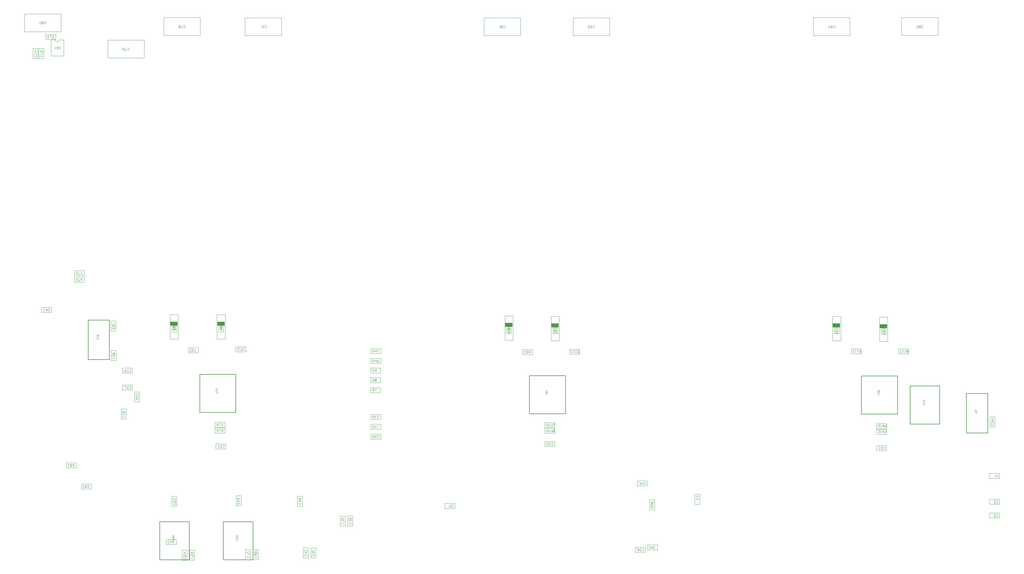
<source format=gbr>
%TF.GenerationSoftware,Altium Limited,Altium Designer,26.1.1 (7)*%
G04 Layer_Color=8388736*
%FSLAX43Y43*%
%MOMM*%
%TF.SameCoordinates,F910D8A4-5627-44EB-A571-6FFAAA827985*%
%TF.FilePolarity,Positive*%
%TF.FileFunction,Other,Top_Assembly*%
%TF.Part,Single*%
G01*
G75*
%TA.AperFunction,NonConductor*%
%ADD96C,0.200*%
%ADD113C,0.100*%
%ADD114R,2.175X1.300*%
%ADD115R,2.175X1.300*%
G36*
X23664Y70753D02*
X23663D01*
X23659D01*
X23654D01*
X23646Y70754D01*
X23638Y70755D01*
X23629Y70757D01*
X23620Y70759D01*
X23609Y70763D01*
X23608D01*
X23608Y70764D01*
X23602Y70765D01*
X23594Y70769D01*
X23583Y70775D01*
X23570Y70782D01*
X23555Y70791D01*
X23540Y70801D01*
X23524Y70814D01*
X23523D01*
X23522Y70816D01*
X23517Y70821D01*
X23509Y70829D01*
X23497Y70841D01*
X23483Y70855D01*
X23466Y70873D01*
X23448Y70894D01*
X23428Y70917D01*
X23427Y70918D01*
X23424Y70922D01*
X23420Y70927D01*
X23414Y70934D01*
X23407Y70942D01*
X23399Y70952D01*
X23389Y70962D01*
X23379Y70974D01*
X23357Y70997D01*
X23335Y71021D01*
X23324Y71032D01*
X23313Y71042D01*
X23302Y71051D01*
X23292Y71058D01*
X23291D01*
X23290Y71060D01*
X23288Y71062D01*
X23284Y71064D01*
X23274Y71070D01*
X23262Y71078D01*
X23247Y71084D01*
X23231Y71091D01*
X23214Y71095D01*
X23197Y71096D01*
X23196D01*
X23195D01*
X23190Y71095D01*
X23180Y71095D01*
X23170Y71092D01*
X23157Y71088D01*
X23144Y71082D01*
X23131Y71073D01*
X23118Y71062D01*
X23117Y71060D01*
X23113Y71056D01*
X23108Y71049D01*
X23102Y71039D01*
X23096Y71026D01*
X23091Y71011D01*
X23087Y70994D01*
X23086Y70974D01*
Y70969D01*
X23087Y70965D01*
X23088Y70954D01*
X23091Y70941D01*
X23094Y70927D01*
X23101Y70911D01*
X23109Y70897D01*
X23120Y70883D01*
X23122Y70881D01*
X23127Y70877D01*
X23134Y70872D01*
X23145Y70866D01*
X23158Y70860D01*
X23175Y70854D01*
X23193Y70850D01*
X23215Y70849D01*
X23206Y70768D01*
X23205D01*
X23203Y70769D01*
X23198D01*
X23191Y70770D01*
X23184Y70772D01*
X23176Y70774D01*
X23166Y70776D01*
X23155Y70779D01*
X23133Y70787D01*
X23111Y70798D01*
X23100Y70804D01*
X23089Y70813D01*
X23079Y70821D01*
X23069Y70830D01*
X23069Y70831D01*
X23068Y70833D01*
X23065Y70836D01*
X23062Y70840D01*
X23058Y70846D01*
X23055Y70852D01*
X23050Y70860D01*
X23045Y70869D01*
X23041Y70879D01*
X23036Y70890D01*
X23032Y70902D01*
X23029Y70915D01*
X23026Y70929D01*
X23023Y70944D01*
X23022Y70960D01*
X23021Y70976D01*
Y70985D01*
X23022Y70992D01*
X23023Y70999D01*
X23024Y71009D01*
X23026Y71019D01*
X23028Y71029D01*
X23034Y71053D01*
X23044Y71077D01*
X23049Y71089D01*
X23056Y71101D01*
X23064Y71112D01*
X23073Y71122D01*
X23074Y71123D01*
X23075Y71125D01*
X23079Y71127D01*
X23082Y71131D01*
X23087Y71135D01*
X23093Y71140D01*
X23100Y71144D01*
X23108Y71150D01*
X23126Y71159D01*
X23148Y71168D01*
X23159Y71172D01*
X23172Y71174D01*
X23185Y71176D01*
X23199Y71177D01*
X23201D01*
X23205D01*
X23213Y71176D01*
X23223Y71175D01*
X23234Y71173D01*
X23247Y71169D01*
X23261Y71166D01*
X23275Y71160D01*
X23277Y71159D01*
X23281Y71157D01*
X23289Y71154D01*
X23299Y71148D01*
X23310Y71141D01*
X23324Y71132D01*
X23338Y71120D01*
X23353Y71107D01*
X23355Y71106D01*
X23361Y71101D01*
X23365Y71096D01*
X23370Y71092D01*
X23375Y71086D01*
X23383Y71079D01*
X23390Y71071D01*
X23399Y71062D01*
X23408Y71053D01*
X23418Y71042D01*
X23428Y71030D01*
X23440Y71017D01*
X23452Y71002D01*
X23465Y70987D01*
X23466Y70986D01*
X23468Y70984D01*
X23471Y70981D01*
X23474Y70976D01*
X23480Y70971D01*
X23485Y70964D01*
X23497Y70949D01*
X23511Y70934D01*
X23525Y70919D01*
X23537Y70906D01*
X23542Y70900D01*
X23546Y70896D01*
X23547Y70895D01*
X23550Y70892D01*
X23554Y70888D01*
X23559Y70884D01*
X23566Y70879D01*
X23572Y70874D01*
X23588Y70862D01*
Y71178D01*
X23664D01*
Y70753D01*
D02*
G37*
G36*
Y70484D02*
X23164D01*
X23165Y70483D01*
X23168Y70479D01*
X23174Y70473D01*
X23180Y70464D01*
X23189Y70454D01*
X23198Y70441D01*
X23208Y70426D01*
X23218Y70409D01*
Y70409D01*
X23219Y70408D01*
X23223Y70402D01*
X23228Y70393D01*
X23233Y70382D01*
X23240Y70369D01*
X23246Y70355D01*
X23252Y70341D01*
X23258Y70327D01*
X23182D01*
Y70328D01*
X23180Y70330D01*
X23179Y70334D01*
X23177Y70338D01*
X23174Y70344D01*
X23170Y70350D01*
X23161Y70366D01*
X23151Y70384D01*
X23138Y70403D01*
X23123Y70422D01*
X23107Y70442D01*
X23106Y70443D01*
X23105Y70444D01*
X23103Y70446D01*
X23100Y70450D01*
X23091Y70458D01*
X23080Y70470D01*
X23067Y70481D01*
X23052Y70493D01*
X23037Y70503D01*
X23021Y70512D01*
Y70563D01*
X23664D01*
Y70484D01*
D02*
G37*
G36*
X23418Y70157D02*
X23427D01*
X23438Y70156D01*
X23449Y70155D01*
X23474Y70152D01*
X23500Y70149D01*
X23525Y70143D01*
X23537Y70139D01*
X23548Y70136D01*
X23549D01*
X23551Y70135D01*
X23554Y70133D01*
X23558Y70131D01*
X23568Y70126D01*
X23581Y70117D01*
X23596Y70106D01*
X23610Y70093D01*
X23626Y70077D01*
X23640Y70056D01*
Y70055D01*
X23642Y70053D01*
X23643Y70051D01*
X23645Y70046D01*
X23648Y70041D01*
X23651Y70033D01*
X23654Y70026D01*
X23657Y70016D01*
X23661Y70006D01*
X23664Y69995D01*
X23667Y69983D01*
X23669Y69969D01*
X23671Y69955D01*
X23673Y69941D01*
X23675Y69907D01*
Y69899D01*
X23674Y69893D01*
Y69885D01*
X23673Y69876D01*
X23672Y69866D01*
X23671Y69856D01*
X23668Y69832D01*
X23662Y69808D01*
X23655Y69784D01*
X23645Y69760D01*
Y69759D01*
X23643Y69758D01*
X23641Y69755D01*
X23639Y69751D01*
X23632Y69741D01*
X23621Y69729D01*
X23608Y69715D01*
X23594Y69702D01*
X23575Y69689D01*
X23555Y69679D01*
X23554D01*
X23552Y69678D01*
X23548Y69677D01*
X23544Y69675D01*
X23538Y69673D01*
X23531Y69672D01*
X23522Y69669D01*
X23512Y69667D01*
X23501Y69665D01*
X23489Y69662D01*
X23476Y69661D01*
X23462Y69659D01*
X23447Y69657D01*
X23430Y69656D01*
X23412Y69655D01*
X23394D01*
X23024D01*
Y69740D01*
X23394D01*
X23395D01*
X23398D01*
X23402D01*
X23408D01*
X23414Y69741D01*
X23423D01*
X23440Y69742D01*
X23461Y69744D01*
X23481Y69747D01*
X23500Y69750D01*
X23509Y69752D01*
X23517Y69755D01*
X23519Y69756D01*
X23523Y69758D01*
X23530Y69762D01*
X23539Y69768D01*
X23548Y69774D01*
X23559Y69784D01*
X23569Y69795D01*
X23577Y69808D01*
X23578Y69809D01*
X23581Y69814D01*
X23583Y69822D01*
X23587Y69833D01*
X23592Y69846D01*
X23595Y69863D01*
X23597Y69881D01*
X23598Y69900D01*
Y69909D01*
X23597Y69915D01*
Y69923D01*
X23596Y69931D01*
X23593Y69952D01*
X23588Y69974D01*
X23581Y69995D01*
X23571Y70016D01*
X23564Y70025D01*
X23557Y70033D01*
X23556Y70034D01*
X23555Y70035D01*
X23552Y70037D01*
X23548Y70040D01*
X23543Y70042D01*
X23537Y70046D01*
X23529Y70050D01*
X23521Y70053D01*
X23510Y70057D01*
X23498Y70060D01*
X23485Y70064D01*
X23470Y70066D01*
X23453Y70069D01*
X23436Y70071D01*
X23415Y70073D01*
X23394D01*
X23024D01*
Y70158D01*
X23394D01*
X23395D01*
X23399D01*
X23403D01*
X23410D01*
X23418Y70157D01*
D02*
G37*
G36*
X65889Y10054D02*
X65897Y10053D01*
X65905Y10051D01*
X65914Y10050D01*
X65924Y10048D01*
X65947Y10040D01*
X65959Y10035D01*
X65970Y10029D01*
X65982Y10022D01*
X65994Y10013D01*
X66006Y10004D01*
X66017Y9993D01*
X66018Y9992D01*
X66020Y9990D01*
X66022Y9987D01*
X66026Y9982D01*
X66031Y9977D01*
X66035Y9969D01*
X66041Y9961D01*
X66045Y9951D01*
X66051Y9940D01*
X66057Y9928D01*
X66061Y9916D01*
X66066Y9903D01*
X66069Y9888D01*
X66072Y9872D01*
X66074Y9856D01*
X66075Y9839D01*
Y9830D01*
X66074Y9825D01*
X66073Y9817D01*
X66072Y9809D01*
X66070Y9800D01*
X66069Y9790D01*
X66063Y9768D01*
X66054Y9744D01*
X66048Y9732D01*
X66042Y9721D01*
X66033Y9710D01*
X66025Y9699D01*
X66024Y9698D01*
X66022Y9696D01*
X66020Y9694D01*
X66016Y9691D01*
X66011Y9686D01*
X66005Y9682D01*
X65998Y9676D01*
X65990Y9670D01*
X65981Y9665D01*
X65971Y9659D01*
X65949Y9649D01*
X65923Y9641D01*
X65910Y9638D01*
X65895Y9636D01*
X65885Y9715D01*
X65885D01*
X65887Y9716D01*
X65891Y9717D01*
X65896Y9718D01*
X65901Y9719D01*
X65908Y9720D01*
X65922Y9725D01*
X65938Y9731D01*
X65954Y9740D01*
X65969Y9749D01*
X65982Y9760D01*
X65983Y9762D01*
X65986Y9766D01*
X65991Y9773D01*
X65995Y9782D01*
X66001Y9793D01*
X66006Y9807D01*
X66009Y9823D01*
X66010Y9840D01*
Y9845D01*
X66009Y9849D01*
X66008Y9859D01*
X66006Y9872D01*
X66001Y9887D01*
X65995Y9903D01*
X65985Y9918D01*
X65972Y9933D01*
X65971Y9935D01*
X65965Y9940D01*
X65957Y9945D01*
X65946Y9952D01*
X65932Y9960D01*
X65916Y9965D01*
X65897Y9970D01*
X65877Y9972D01*
X65876D01*
X65874D01*
X65872D01*
X65868Y9971D01*
X65858Y9970D01*
X65846Y9967D01*
X65831Y9964D01*
X65816Y9957D01*
X65801Y9948D01*
X65787Y9936D01*
X65786Y9934D01*
X65782Y9929D01*
X65776Y9922D01*
X65770Y9912D01*
X65763Y9899D01*
X65758Y9883D01*
X65754Y9866D01*
X65752Y9846D01*
Y9838D01*
X65753Y9831D01*
X65754Y9823D01*
X65756Y9814D01*
X65758Y9803D01*
X65761Y9791D01*
X65691Y9800D01*
Y9805D01*
X65692Y9808D01*
Y9820D01*
X65690Y9830D01*
X65689Y9842D01*
X65686Y9856D01*
X65681Y9872D01*
X65675Y9887D01*
X65666Y9903D01*
Y9903D01*
X65665Y9904D01*
X65662Y9909D01*
X65655Y9915D01*
X65647Y9923D01*
X65635Y9930D01*
X65621Y9937D01*
X65605Y9941D01*
X65596Y9943D01*
X65586D01*
X65585D01*
X65584D01*
X65579D01*
X65571Y9941D01*
X65561Y9940D01*
X65550Y9936D01*
X65538Y9931D01*
X65526Y9924D01*
X65515Y9914D01*
X65514Y9913D01*
X65510Y9908D01*
X65505Y9902D01*
X65500Y9893D01*
X65495Y9882D01*
X65491Y9869D01*
X65487Y9854D01*
X65486Y9838D01*
Y9830D01*
X65488Y9822D01*
X65490Y9811D01*
X65493Y9799D01*
X65498Y9787D01*
X65505Y9774D01*
X65515Y9762D01*
X65516Y9761D01*
X65520Y9757D01*
X65527Y9752D01*
X65536Y9745D01*
X65548Y9739D01*
X65563Y9732D01*
X65580Y9727D01*
X65601Y9723D01*
X65587Y9645D01*
X65586D01*
X65583Y9646D01*
X65579Y9646D01*
X65574Y9647D01*
X65567Y9649D01*
X65560Y9652D01*
X65542Y9658D01*
X65522Y9667D01*
X65502Y9678D01*
X65482Y9692D01*
X65465Y9709D01*
X65464Y9710D01*
X65463Y9712D01*
X65461Y9715D01*
X65458Y9719D01*
X65455Y9723D01*
X65451Y9730D01*
X65447Y9736D01*
X65443Y9744D01*
X65435Y9763D01*
X65428Y9784D01*
X65423Y9809D01*
X65421Y9822D01*
Y9845D01*
X65422Y9855D01*
X65424Y9867D01*
X65427Y9882D01*
X65432Y9899D01*
X65437Y9915D01*
X65444Y9932D01*
Y9933D01*
X65445Y9934D01*
X65448Y9940D01*
X65454Y9948D01*
X65460Y9957D01*
X65469Y9968D01*
X65480Y9979D01*
X65492Y9990D01*
X65505Y10000D01*
X65507Y10001D01*
X65512Y10003D01*
X65520Y10007D01*
X65530Y10012D01*
X65542Y10016D01*
X65556Y10020D01*
X65572Y10023D01*
X65588Y10024D01*
X65590D01*
X65595D01*
X65603Y10023D01*
X65613Y10021D01*
X65625Y10018D01*
X65638Y10013D01*
X65651Y10008D01*
X65664Y10001D01*
X65665Y10000D01*
X65669Y9997D01*
X65676Y9991D01*
X65683Y9984D01*
X65691Y9975D01*
X65701Y9964D01*
X65709Y9951D01*
X65717Y9935D01*
Y9936D01*
X65718Y9938D01*
X65719Y9940D01*
X65720Y9944D01*
X65724Y9954D01*
X65729Y9967D01*
X65737Y9982D01*
X65746Y9997D01*
X65758Y10011D01*
X65772Y10024D01*
X65774Y10025D01*
X65779Y10028D01*
X65788Y10034D01*
X65800Y10039D01*
X65815Y10045D01*
X65833Y10050D01*
X65853Y10054D01*
X65875Y10055D01*
X65876D01*
X65879D01*
X65884D01*
X65889Y10054D01*
D02*
G37*
G36*
X65873Y9557D02*
X65878D01*
X65893Y9554D01*
X65910Y9551D01*
X65929Y9547D01*
X65949Y9540D01*
X65969Y9531D01*
X65970D01*
X65971Y9530D01*
X65973Y9528D01*
X65977Y9526D01*
X65986Y9521D01*
X65998Y9512D01*
X66011Y9502D01*
X66024Y9490D01*
X66037Y9475D01*
X66048Y9460D01*
Y9459D01*
X66049Y9458D01*
X66051Y9455D01*
X66052Y9451D01*
X66057Y9442D01*
X66061Y9430D01*
X66067Y9414D01*
X66070Y9397D01*
X66074Y9377D01*
X66075Y9356D01*
Y9352D01*
X66074Y9347D01*
Y9339D01*
X66073Y9331D01*
X66071Y9322D01*
X66069Y9311D01*
X66066Y9300D01*
X66062Y9287D01*
X66057Y9274D01*
X66052Y9261D01*
X66045Y9247D01*
X66036Y9234D01*
X66027Y9221D01*
X66016Y9208D01*
X66003Y9196D01*
X66002Y9195D01*
X65999Y9193D01*
X65995Y9191D01*
X65989Y9187D01*
X65981Y9181D01*
X65971Y9177D01*
X65959Y9171D01*
X65947Y9166D01*
X65931Y9159D01*
X65913Y9154D01*
X65894Y9149D01*
X65873Y9144D01*
X65849Y9140D01*
X65823Y9137D01*
X65795Y9135D01*
X65765Y9134D01*
X65764D01*
X65763D01*
X65761D01*
X65757D01*
X65748Y9135D01*
X65735D01*
X65720Y9136D01*
X65702Y9138D01*
X65683Y9140D01*
X65662Y9143D01*
X65640Y9146D01*
X65617Y9151D01*
X65595Y9156D01*
X65573Y9163D01*
X65552Y9171D01*
X65531Y9180D01*
X65512Y9191D01*
X65495Y9203D01*
X65494Y9204D01*
X65493Y9205D01*
X65489Y9209D01*
X65483Y9214D01*
X65478Y9219D01*
X65472Y9227D01*
X65465Y9236D01*
X65458Y9245D01*
X65452Y9256D01*
X65444Y9268D01*
X65439Y9282D01*
X65432Y9296D01*
X65428Y9312D01*
X65424Y9328D01*
X65422Y9346D01*
X65421Y9364D01*
Y9372D01*
X65422Y9377D01*
Y9384D01*
X65423Y9391D01*
X65427Y9409D01*
X65432Y9428D01*
X65439Y9449D01*
X65450Y9469D01*
X65456Y9479D01*
X65464Y9488D01*
X65465Y9489D01*
X65466Y9490D01*
X65468Y9493D01*
X65471Y9496D01*
X65476Y9500D01*
X65481Y9504D01*
X65494Y9514D01*
X65511Y9524D01*
X65531Y9534D01*
X65554Y9542D01*
X65580Y9548D01*
X65587Y9469D01*
X65586D01*
X65585Y9468D01*
X65579Y9467D01*
X65571Y9464D01*
X65561Y9461D01*
X65550Y9457D01*
X65539Y9451D01*
X65529Y9445D01*
X65520Y9438D01*
X65518Y9437D01*
X65515Y9433D01*
X65509Y9426D01*
X65503Y9417D01*
X65497Y9405D01*
X65492Y9392D01*
X65488Y9376D01*
X65486Y9360D01*
Y9353D01*
X65487Y9346D01*
X65489Y9338D01*
X65492Y9327D01*
X65495Y9315D01*
X65500Y9304D01*
X65507Y9293D01*
X65508Y9291D01*
X65512Y9287D01*
X65518Y9280D01*
X65528Y9272D01*
X65539Y9263D01*
X65552Y9253D01*
X65568Y9243D01*
X65587Y9234D01*
X65588D01*
X65590Y9233D01*
X65592Y9232D01*
X65596Y9230D01*
X65602Y9229D01*
X65608Y9228D01*
X65616Y9226D01*
X65625Y9224D01*
X65635Y9221D01*
X65646Y9219D01*
X65658Y9217D01*
X65671Y9217D01*
X65686Y9215D01*
X65701Y9214D01*
X65717Y9213D01*
X65734D01*
X65733Y9214D01*
X65727Y9217D01*
X65720Y9224D01*
X65711Y9232D01*
X65700Y9241D01*
X65689Y9253D01*
X65679Y9266D01*
X65670Y9281D01*
Y9282D01*
X65669Y9283D01*
X65666Y9289D01*
X65664Y9297D01*
X65659Y9308D01*
X65655Y9321D01*
X65652Y9336D01*
X65650Y9352D01*
X65649Y9368D01*
Y9376D01*
X65650Y9381D01*
X65651Y9388D01*
X65652Y9396D01*
X65653Y9405D01*
X65656Y9414D01*
X65663Y9436D01*
X65667Y9447D01*
X65674Y9458D01*
X65680Y9469D01*
X65688Y9481D01*
X65697Y9492D01*
X65707Y9502D01*
X65708Y9503D01*
X65710Y9505D01*
X65713Y9508D01*
X65717Y9511D01*
X65724Y9515D01*
X65730Y9520D01*
X65738Y9524D01*
X65748Y9530D01*
X65758Y9535D01*
X65769Y9540D01*
X65782Y9545D01*
X65795Y9549D01*
X65809Y9552D01*
X65824Y9555D01*
X65840Y9557D01*
X65857Y9558D01*
X65858D01*
X65860D01*
X65862D01*
X65867D01*
X65873Y9557D01*
D02*
G37*
G36*
X65866Y9065D02*
X65872Y9063D01*
X65879Y9060D01*
X65887Y9057D01*
X65897Y9054D01*
X65909Y9049D01*
X65921Y9044D01*
X65947Y9031D01*
X65972Y9014D01*
X65985Y9004D01*
X65998Y8994D01*
X66009Y8983D01*
X66020Y8970D01*
X66021Y8969D01*
X66023Y8967D01*
X66025Y8962D01*
X66029Y8958D01*
X66033Y8950D01*
X66038Y8943D01*
X66043Y8933D01*
X66047Y8923D01*
X66053Y8910D01*
X66057Y8898D01*
X66062Y8884D01*
X66067Y8869D01*
X66070Y8853D01*
X66072Y8837D01*
X66074Y8819D01*
X66075Y8800D01*
Y8790D01*
X66074Y8783D01*
Y8775D01*
X66073Y8764D01*
X66071Y8753D01*
X66069Y8740D01*
X66065Y8714D01*
X66057Y8686D01*
X66047Y8658D01*
X66041Y8645D01*
X66033Y8632D01*
X66032Y8631D01*
X66032Y8629D01*
X66029Y8626D01*
X66025Y8622D01*
X66021Y8616D01*
X66016Y8610D01*
X66009Y8603D01*
X66002Y8595D01*
X65994Y8588D01*
X65985Y8580D01*
X65964Y8563D01*
X65939Y8547D01*
X65911Y8533D01*
X65910D01*
X65908Y8531D01*
X65903Y8531D01*
X65897Y8528D01*
X65890Y8526D01*
X65881Y8523D01*
X65871Y8519D01*
X65860Y8517D01*
X65848Y8514D01*
X65834Y8510D01*
X65805Y8506D01*
X65773Y8502D01*
X65739Y8500D01*
X65738D01*
X65735D01*
X65729D01*
X65723Y8501D01*
X65714D01*
X65704Y8502D01*
X65692Y8503D01*
X65680Y8505D01*
X65653Y8509D01*
X65624Y8516D01*
X65594Y8525D01*
X65566Y8538D01*
X65565Y8539D01*
X65562Y8540D01*
X65558Y8542D01*
X65554Y8545D01*
X65547Y8549D01*
X65540Y8554D01*
X65523Y8566D01*
X65505Y8581D01*
X65486Y8600D01*
X65468Y8621D01*
X65452Y8646D01*
X65451Y8647D01*
X65450Y8650D01*
X65448Y8653D01*
X65445Y8658D01*
X65443Y8665D01*
X65440Y8673D01*
X65436Y8682D01*
X65432Y8692D01*
X65429Y8703D01*
X65425Y8715D01*
X65420Y8741D01*
X65415Y8771D01*
X65413Y8801D01*
Y8811D01*
X65414Y8817D01*
X65415Y8825D01*
X65416Y8836D01*
X65417Y8846D01*
X65420Y8858D01*
X65425Y8883D01*
X65433Y8910D01*
X65439Y8924D01*
X65445Y8937D01*
X65454Y8950D01*
X65462Y8963D01*
X65463Y8964D01*
X65464Y8966D01*
X65467Y8970D01*
X65471Y8974D01*
X65476Y8979D01*
X65482Y8985D01*
X65490Y8992D01*
X65497Y8999D01*
X65506Y9007D01*
X65518Y9014D01*
X65529Y9022D01*
X65541Y9030D01*
X65554Y9036D01*
X65568Y9044D01*
X65583Y9049D01*
X65600Y9055D01*
X65619Y8972D01*
X65618D01*
X65616Y8971D01*
X65613Y8969D01*
X65608Y8967D01*
X65603Y8965D01*
X65595Y8962D01*
X65580Y8955D01*
X65564Y8946D01*
X65547Y8935D01*
X65531Y8921D01*
X65518Y8906D01*
X65516Y8904D01*
X65512Y8898D01*
X65507Y8889D01*
X65501Y8877D01*
X65495Y8861D01*
X65490Y8844D01*
X65486Y8823D01*
X65485Y8800D01*
Y8792D01*
X65486Y8788D01*
Y8781D01*
X65487Y8774D01*
X65490Y8756D01*
X65493Y8737D01*
X65500Y8716D01*
X65509Y8695D01*
X65521Y8676D01*
Y8675D01*
X65523Y8674D01*
X65528Y8667D01*
X65535Y8659D01*
X65546Y8649D01*
X65560Y8637D01*
X65576Y8626D01*
X65595Y8616D01*
X65616Y8606D01*
X65617D01*
X65619Y8605D01*
X65622Y8604D01*
X65627Y8604D01*
X65632Y8602D01*
X65639Y8600D01*
X65654Y8597D01*
X65673Y8593D01*
X65693Y8590D01*
X65715Y8588D01*
X65739Y8587D01*
X65740D01*
X65743D01*
X65748D01*
X65753D01*
X65760Y8588D01*
X65768D01*
X65777Y8589D01*
X65787Y8590D01*
X65810Y8592D01*
X65834Y8597D01*
X65858Y8603D01*
X65882Y8610D01*
X65883D01*
X65885Y8611D01*
X65887Y8613D01*
X65892Y8615D01*
X65903Y8620D01*
X65916Y8628D01*
X65931Y8639D01*
X65947Y8652D01*
X65960Y8666D01*
X65973Y8684D01*
Y8685D01*
X65974Y8687D01*
X65976Y8690D01*
X65978Y8693D01*
X65980Y8698D01*
X65983Y8703D01*
X65988Y8716D01*
X65994Y8733D01*
X65998Y8751D01*
X66002Y8772D01*
X66003Y8793D01*
Y8800D01*
X66002Y8805D01*
Y8812D01*
X66001Y8818D01*
X65997Y8835D01*
X65993Y8854D01*
X65985Y8874D01*
X65975Y8894D01*
X65970Y8904D01*
X65962Y8913D01*
X65961Y8914D01*
X65960Y8915D01*
X65958Y8918D01*
X65955Y8922D01*
X65950Y8925D01*
X65945Y8930D01*
X65939Y8935D01*
X65932Y8940D01*
X65923Y8946D01*
X65914Y8952D01*
X65905Y8958D01*
X65894Y8963D01*
X65882Y8968D01*
X65869Y8972D01*
X65855Y8977D01*
X65840Y8981D01*
X65861Y9066D01*
X65862D01*
X65866Y9065D01*
D02*
G37*
G36*
X59701Y54879D02*
X59708Y54878D01*
X59716Y54876D01*
X59726Y54874D01*
X59736Y54873D01*
X59758Y54865D01*
X59770Y54860D01*
X59781Y54854D01*
X59793Y54847D01*
X59805Y54838D01*
X59817Y54829D01*
X59828Y54818D01*
X59829Y54817D01*
X59831Y54815D01*
X59834Y54812D01*
X59837Y54807D01*
X59842Y54801D01*
X59847Y54794D01*
X59852Y54786D01*
X59857Y54776D01*
X59862Y54765D01*
X59868Y54753D01*
X59873Y54741D01*
X59877Y54727D01*
X59881Y54713D01*
X59884Y54697D01*
X59885Y54681D01*
X59886Y54664D01*
Y54655D01*
X59885Y54650D01*
X59885Y54642D01*
X59884Y54634D01*
X59882Y54625D01*
X59880Y54615D01*
X59874Y54592D01*
X59865Y54569D01*
X59860Y54557D01*
X59853Y54546D01*
X59845Y54535D01*
X59836Y54524D01*
X59836Y54523D01*
X59834Y54521D01*
X59831Y54519D01*
X59827Y54516D01*
X59823Y54511D01*
X59816Y54507D01*
X59810Y54501D01*
X59801Y54495D01*
X59792Y54490D01*
X59783Y54484D01*
X59761Y54474D01*
X59735Y54466D01*
X59721Y54463D01*
X59706Y54461D01*
X59696Y54540D01*
X59697D01*
X59699Y54541D01*
X59702Y54542D01*
X59707Y54543D01*
X59713Y54543D01*
X59719Y54545D01*
X59733Y54550D01*
X59750Y54556D01*
X59765Y54565D01*
X59780Y54574D01*
X59793Y54585D01*
X59794Y54587D01*
X59798Y54591D01*
X59802Y54598D01*
X59807Y54607D01*
X59812Y54618D01*
X59817Y54632D01*
X59821Y54648D01*
X59822Y54665D01*
Y54670D01*
X59821Y54674D01*
X59820Y54684D01*
X59817Y54697D01*
X59812Y54712D01*
X59806Y54727D01*
X59797Y54743D01*
X59784Y54758D01*
X59782Y54760D01*
X59776Y54764D01*
X59768Y54770D01*
X59757Y54777D01*
X59743Y54785D01*
X59727Y54790D01*
X59709Y54795D01*
X59689Y54797D01*
X59688D01*
X59686D01*
X59683D01*
X59679Y54796D01*
X59669Y54795D01*
X59657Y54792D01*
X59642Y54788D01*
X59628Y54782D01*
X59613Y54773D01*
X59599Y54761D01*
X59597Y54759D01*
X59593Y54754D01*
X59588Y54747D01*
X59581Y54737D01*
X59575Y54724D01*
X59569Y54708D01*
X59566Y54690D01*
X59564Y54671D01*
Y54663D01*
X59565Y54656D01*
X59566Y54648D01*
X59567Y54639D01*
X59569Y54628D01*
X59572Y54616D01*
X59503Y54625D01*
Y54629D01*
X59504Y54633D01*
Y54645D01*
X59502Y54655D01*
X59500Y54667D01*
X59497Y54681D01*
X59493Y54697D01*
X59486Y54712D01*
X59478Y54727D01*
Y54728D01*
X59477Y54729D01*
X59473Y54734D01*
X59467Y54740D01*
X59458Y54748D01*
X59446Y54755D01*
X59432Y54762D01*
X59417Y54766D01*
X59407Y54768D01*
X59397D01*
X59396D01*
X59395D01*
X59390D01*
X59383Y54766D01*
X59372Y54764D01*
X59361Y54761D01*
X59349Y54756D01*
X59337Y54749D01*
X59326Y54739D01*
X59325Y54738D01*
X59322Y54733D01*
X59317Y54727D01*
X59311Y54718D01*
X59307Y54707D01*
X59302Y54694D01*
X59298Y54679D01*
X59297Y54663D01*
Y54655D01*
X59299Y54647D01*
X59301Y54636D01*
X59305Y54624D01*
X59309Y54612D01*
X59317Y54599D01*
X59326Y54587D01*
X59327Y54586D01*
X59332Y54582D01*
X59338Y54577D01*
X59347Y54570D01*
X59359Y54564D01*
X59374Y54557D01*
X59392Y54552D01*
X59412Y54548D01*
X59398Y54470D01*
X59397D01*
X59395Y54470D01*
X59391Y54471D01*
X59385Y54472D01*
X59379Y54474D01*
X59371Y54477D01*
X59354Y54482D01*
X59334Y54492D01*
X59313Y54503D01*
X59294Y54517D01*
X59276Y54534D01*
X59275Y54535D01*
X59274Y54537D01*
X59273Y54540D01*
X59270Y54543D01*
X59266Y54548D01*
X59262Y54555D01*
X59259Y54561D01*
X59254Y54569D01*
X59247Y54588D01*
X59239Y54609D01*
X59235Y54634D01*
X59233Y54647D01*
Y54670D01*
X59234Y54680D01*
X59236Y54692D01*
X59238Y54707D01*
X59243Y54724D01*
X59248Y54740D01*
X59256Y54757D01*
Y54758D01*
X59257Y54759D01*
X59260Y54764D01*
X59265Y54773D01*
X59272Y54782D01*
X59281Y54793D01*
X59291Y54804D01*
X59303Y54815D01*
X59317Y54825D01*
X59319Y54825D01*
X59323Y54828D01*
X59332Y54832D01*
X59342Y54837D01*
X59354Y54841D01*
X59368Y54845D01*
X59383Y54848D01*
X59399Y54849D01*
X59401D01*
X59407D01*
X59414Y54848D01*
X59424Y54846D01*
X59436Y54843D01*
X59449Y54838D01*
X59462Y54833D01*
X59475Y54825D01*
X59477Y54825D01*
X59481Y54822D01*
X59487Y54816D01*
X59494Y54809D01*
X59503Y54800D01*
X59512Y54788D01*
X59520Y54776D01*
X59529Y54760D01*
Y54761D01*
X59530Y54763D01*
X59530Y54765D01*
X59531Y54769D01*
X59535Y54779D01*
X59541Y54792D01*
X59548Y54807D01*
X59557Y54822D01*
X59569Y54836D01*
X59583Y54849D01*
X59585Y54850D01*
X59591Y54853D01*
X59600Y54859D01*
X59612Y54864D01*
X59627Y54870D01*
X59644Y54875D01*
X59665Y54879D01*
X59687Y54880D01*
X59688D01*
X59690D01*
X59695D01*
X59701Y54879D01*
D02*
G37*
G36*
X59875Y54180D02*
X59375D01*
X59376Y54179D01*
X59380Y54175D01*
X59385Y54169D01*
X59392Y54160D01*
X59400Y54150D01*
X59409Y54137D01*
X59420Y54122D01*
X59430Y54105D01*
Y54104D01*
X59431Y54103D01*
X59434Y54098D01*
X59439Y54089D01*
X59444Y54077D01*
X59451Y54065D01*
X59457Y54051D01*
X59464Y54037D01*
X59469Y54023D01*
X59394D01*
Y54024D01*
X59392Y54026D01*
X59391Y54029D01*
X59388Y54034D01*
X59385Y54040D01*
X59382Y54046D01*
X59372Y54062D01*
X59362Y54080D01*
X59349Y54099D01*
X59334Y54118D01*
X59319Y54138D01*
X59318Y54139D01*
X59317Y54139D01*
X59314Y54142D01*
X59311Y54146D01*
X59302Y54154D01*
X59291Y54165D01*
X59278Y54176D01*
X59263Y54188D01*
X59248Y54199D01*
X59233Y54208D01*
Y54259D01*
X59875D01*
Y54180D01*
D02*
G37*
G36*
X59629Y53853D02*
X59639D01*
X59650Y53852D01*
X59661Y53851D01*
X59686Y53848D01*
X59712Y53845D01*
X59737Y53839D01*
X59749Y53835D01*
X59760Y53832D01*
X59761D01*
X59763Y53831D01*
X59765Y53829D01*
X59769Y53827D01*
X59779Y53821D01*
X59792Y53813D01*
X59807Y53802D01*
X59822Y53789D01*
X59837Y53772D01*
X59851Y53752D01*
Y53751D01*
X59853Y53749D01*
X59854Y53747D01*
X59857Y53742D01*
X59860Y53736D01*
X59862Y53729D01*
X59865Y53722D01*
X59869Y53712D01*
X59873Y53702D01*
X59875Y53691D01*
X59878Y53679D01*
X59881Y53665D01*
X59883Y53651D01*
X59885Y53636D01*
X59886Y53603D01*
Y53595D01*
X59885Y53588D01*
Y53581D01*
X59885Y53572D01*
X59884Y53562D01*
X59883Y53551D01*
X59879Y53528D01*
X59873Y53503D01*
X59866Y53479D01*
X59856Y53456D01*
Y53455D01*
X59854Y53453D01*
X59852Y53451D01*
X59850Y53447D01*
X59843Y53437D01*
X59833Y53425D01*
X59820Y53411D01*
X59805Y53398D01*
X59787Y53385D01*
X59766Y53375D01*
X59765D01*
X59763Y53374D01*
X59760Y53373D01*
X59755Y53371D01*
X59750Y53369D01*
X59742Y53367D01*
X59734Y53365D01*
X59724Y53363D01*
X59713Y53361D01*
X59701Y53358D01*
X59688Y53356D01*
X59674Y53354D01*
X59658Y53353D01*
X59641Y53352D01*
X59624Y53351D01*
X59605D01*
X59236D01*
Y53436D01*
X59605D01*
X59606D01*
X59609D01*
X59614D01*
X59619D01*
X59626Y53437D01*
X59634D01*
X59652Y53438D01*
X59672Y53440D01*
X59692Y53442D01*
X59712Y53446D01*
X59720Y53448D01*
X59728Y53451D01*
X59730Y53452D01*
X59735Y53453D01*
X59741Y53458D01*
X59750Y53464D01*
X59760Y53470D01*
X59770Y53479D01*
X59780Y53490D01*
X59788Y53503D01*
X59789Y53505D01*
X59792Y53510D01*
X59795Y53518D01*
X59799Y53529D01*
X59803Y53542D01*
X59806Y53559D01*
X59809Y53576D01*
X59810Y53596D01*
Y53605D01*
X59809Y53611D01*
Y53619D01*
X59808Y53627D01*
X59804Y53648D01*
X59799Y53670D01*
X59792Y53691D01*
X59782Y53711D01*
X59775Y53721D01*
X59768Y53729D01*
X59767Y53730D01*
X59766Y53731D01*
X59763Y53733D01*
X59760Y53735D01*
X59754Y53738D01*
X59749Y53742D01*
X59740Y53746D01*
X59732Y53749D01*
X59722Y53753D01*
X59710Y53756D01*
X59696Y53759D01*
X59681Y53762D01*
X59665Y53765D01*
X59647Y53767D01*
X59627Y53769D01*
X59605D01*
X59236D01*
Y53854D01*
X59605D01*
X59606D01*
X59610D01*
X59615D01*
X59621D01*
X59629Y53853D01*
D02*
G37*
G36*
X261166Y53953D02*
X261165D01*
X261161D01*
X261156D01*
X261148Y53954D01*
X261140Y53955D01*
X261131Y53957D01*
X261122Y53958D01*
X261111Y53962D01*
X261111D01*
X261110Y53963D01*
X261104Y53965D01*
X261096Y53969D01*
X261085Y53974D01*
X261072Y53981D01*
X261057Y53991D01*
X261042Y54001D01*
X261026Y54014D01*
X261026D01*
X261025Y54016D01*
X261019Y54020D01*
X261011Y54029D01*
X260999Y54041D01*
X260985Y54055D01*
X260968Y54072D01*
X260950Y54093D01*
X260930Y54116D01*
X260929Y54117D01*
X260927Y54121D01*
X260922Y54127D01*
X260916Y54133D01*
X260909Y54141D01*
X260901Y54152D01*
X260891Y54162D01*
X260881Y54174D01*
X260859Y54197D01*
X260837Y54220D01*
X260826Y54231D01*
X260815Y54241D01*
X260805Y54251D01*
X260794Y54258D01*
X260793D01*
X260793Y54260D01*
X260790Y54262D01*
X260786Y54263D01*
X260776Y54270D01*
X260764Y54277D01*
X260749Y54284D01*
X260733Y54290D01*
X260716Y54294D01*
X260699Y54296D01*
X260698D01*
X260697D01*
X260692Y54295D01*
X260682Y54294D01*
X260672Y54291D01*
X260659Y54288D01*
X260646Y54281D01*
X260633Y54273D01*
X260621Y54262D01*
X260619Y54260D01*
X260615Y54255D01*
X260610Y54249D01*
X260604Y54238D01*
X260598Y54226D01*
X260593Y54211D01*
X260589Y54193D01*
X260588Y54174D01*
Y54168D01*
X260589Y54165D01*
X260590Y54153D01*
X260593Y54140D01*
X260596Y54127D01*
X260603Y54111D01*
X260611Y54096D01*
X260622Y54082D01*
X260624Y54080D01*
X260629Y54077D01*
X260636Y54071D01*
X260647Y54066D01*
X260660Y54059D01*
X260677Y54054D01*
X260695Y54050D01*
X260717Y54048D01*
X260708Y53968D01*
X260707D01*
X260705Y53969D01*
X260700D01*
X260694Y53969D01*
X260686Y53971D01*
X260678Y53973D01*
X260668Y53976D01*
X260658Y53979D01*
X260635Y53986D01*
X260613Y53997D01*
X260602Y54004D01*
X260591Y54012D01*
X260581Y54020D01*
X260572Y54030D01*
X260571Y54030D01*
X260570Y54032D01*
X260567Y54035D01*
X260564Y54040D01*
X260560Y54045D01*
X260557Y54052D01*
X260552Y54059D01*
X260547Y54068D01*
X260543Y54079D01*
X260538Y54090D01*
X260535Y54102D01*
X260531Y54115D01*
X260528Y54128D01*
X260525Y54143D01*
X260524Y54159D01*
X260523Y54176D01*
Y54185D01*
X260524Y54191D01*
X260525Y54199D01*
X260526Y54208D01*
X260528Y54218D01*
X260530Y54228D01*
X260536Y54252D01*
X260546Y54276D01*
X260551Y54288D01*
X260558Y54300D01*
X260566Y54312D01*
X260575Y54322D01*
X260576Y54323D01*
X260577Y54324D01*
X260581Y54326D01*
X260584Y54330D01*
X260589Y54335D01*
X260596Y54339D01*
X260602Y54344D01*
X260610Y54349D01*
X260628Y54359D01*
X260650Y54368D01*
X260661Y54372D01*
X260674Y54373D01*
X260687Y54375D01*
X260701Y54376D01*
X260703D01*
X260707D01*
X260715Y54375D01*
X260725Y54374D01*
X260736Y54373D01*
X260749Y54369D01*
X260763Y54365D01*
X260777Y54360D01*
X260779Y54359D01*
X260783Y54357D01*
X260791Y54353D01*
X260801Y54348D01*
X260812Y54340D01*
X260826Y54331D01*
X260840Y54320D01*
X260855Y54307D01*
X260857Y54305D01*
X260863Y54300D01*
X260867Y54296D01*
X260872Y54291D01*
X260878Y54286D01*
X260885Y54278D01*
X260892Y54271D01*
X260901Y54262D01*
X260910Y54252D01*
X260920Y54241D01*
X260930Y54229D01*
X260942Y54216D01*
X260954Y54202D01*
X260967Y54187D01*
X260968Y54186D01*
X260970Y54184D01*
X260973Y54180D01*
X260977Y54176D01*
X260982Y54170D01*
X260988Y54164D01*
X261000Y54149D01*
X261013Y54133D01*
X261027Y54118D01*
X261039Y54105D01*
X261044Y54100D01*
X261049Y54095D01*
X261050Y54094D01*
X261052Y54091D01*
X261056Y54088D01*
X261062Y54083D01*
X261068Y54079D01*
X261074Y54073D01*
X261090Y54062D01*
Y54377D01*
X261166D01*
Y53953D01*
D02*
G37*
G36*
X260991Y53885D02*
X260999Y53884D01*
X261007Y53883D01*
X261016Y53881D01*
X261026Y53879D01*
X261049Y53871D01*
X261061Y53866D01*
X261072Y53860D01*
X261084Y53853D01*
X261096Y53845D01*
X261108Y53835D01*
X261119Y53824D01*
X261120Y53823D01*
X261122Y53822D01*
X261124Y53818D01*
X261128Y53813D01*
X261133Y53808D01*
X261137Y53800D01*
X261143Y53792D01*
X261148Y53782D01*
X261153Y53772D01*
X261159Y53760D01*
X261163Y53748D01*
X261168Y53734D01*
X261172Y53719D01*
X261174Y53703D01*
X261176Y53687D01*
X261177Y53670D01*
Y53662D01*
X261176Y53656D01*
X261175Y53649D01*
X261174Y53640D01*
X261172Y53631D01*
X261171Y53621D01*
X261165Y53599D01*
X261156Y53576D01*
X261150Y53564D01*
X261144Y53552D01*
X261136Y53541D01*
X261127Y53530D01*
X261126Y53529D01*
X261124Y53528D01*
X261122Y53525D01*
X261118Y53522D01*
X261113Y53517D01*
X261107Y53513D01*
X261100Y53507D01*
X261092Y53502D01*
X261083Y53496D01*
X261074Y53491D01*
X261051Y53480D01*
X261026Y53472D01*
X261012Y53469D01*
X260997Y53467D01*
X260987Y53546D01*
X260988D01*
X260989Y53547D01*
X260993Y53548D01*
X260998Y53549D01*
X261003Y53550D01*
X261010Y53552D01*
X261024Y53556D01*
X261040Y53563D01*
X261056Y53571D01*
X261071Y53580D01*
X261084Y53591D01*
X261085Y53593D01*
X261088Y53597D01*
X261093Y53604D01*
X261098Y53613D01*
X261103Y53625D01*
X261108Y53638D01*
X261111Y53654D01*
X261112Y53671D01*
Y53676D01*
X261111Y53680D01*
X261111Y53690D01*
X261108Y53703D01*
X261103Y53718D01*
X261097Y53734D01*
X261087Y53749D01*
X261074Y53764D01*
X261073Y53766D01*
X261067Y53771D01*
X261059Y53776D01*
X261048Y53784D01*
X261034Y53791D01*
X261018Y53797D01*
X261000Y53801D01*
X260979Y53803D01*
X260978D01*
X260977D01*
X260974D01*
X260970Y53802D01*
X260960Y53801D01*
X260948Y53798D01*
X260933Y53795D01*
X260918Y53788D01*
X260903Y53779D01*
X260890Y53767D01*
X260888Y53765D01*
X260884Y53761D01*
X260878Y53753D01*
X260872Y53743D01*
X260866Y53730D01*
X260860Y53714D01*
X260856Y53697D01*
X260854Y53677D01*
Y53669D01*
X260855Y53662D01*
X260856Y53654D01*
X260858Y53645D01*
X260860Y53634D01*
X260863Y53622D01*
X260793Y53631D01*
Y53636D01*
X260794Y53639D01*
Y53651D01*
X260793Y53662D01*
X260791Y53674D01*
X260788Y53687D01*
X260783Y53703D01*
X260777Y53718D01*
X260768Y53734D01*
Y53735D01*
X260768Y53736D01*
X260764Y53740D01*
X260757Y53747D01*
X260749Y53754D01*
X260737Y53761D01*
X260723Y53768D01*
X260707Y53773D01*
X260698Y53774D01*
X260688D01*
X260687D01*
X260686D01*
X260681D01*
X260673Y53773D01*
X260663Y53771D01*
X260652Y53767D01*
X260640Y53762D01*
X260628Y53755D01*
X260617Y53745D01*
X260616Y53744D01*
X260612Y53739D01*
X260608Y53733D01*
X260602Y53724D01*
X260597Y53713D01*
X260593Y53700D01*
X260589Y53686D01*
X260588Y53669D01*
Y53662D01*
X260590Y53653D01*
X260592Y53642D01*
X260596Y53630D01*
X260600Y53618D01*
X260608Y53605D01*
X260617Y53593D01*
X260618Y53592D01*
X260622Y53589D01*
X260629Y53583D01*
X260638Y53577D01*
X260650Y53570D01*
X260665Y53564D01*
X260682Y53558D01*
X260703Y53554D01*
X260689Y53476D01*
X260688D01*
X260685Y53477D01*
X260682Y53478D01*
X260676Y53479D01*
X260670Y53480D01*
X260662Y53483D01*
X260645Y53489D01*
X260624Y53498D01*
X260604Y53509D01*
X260584Y53523D01*
X260567Y53540D01*
X260566Y53541D01*
X260565Y53543D01*
X260563Y53546D01*
X260560Y53550D01*
X260557Y53554D01*
X260553Y53561D01*
X260549Y53567D01*
X260545Y53576D01*
X260537Y53594D01*
X260530Y53615D01*
X260525Y53640D01*
X260523Y53653D01*
Y53676D01*
X260524Y53687D01*
X260526Y53699D01*
X260529Y53713D01*
X260534Y53730D01*
X260539Y53747D01*
X260547Y53763D01*
Y53764D01*
X260547Y53765D01*
X260550Y53771D01*
X260556Y53779D01*
X260562Y53788D01*
X260572Y53799D01*
X260582Y53810D01*
X260594Y53822D01*
X260608Y53831D01*
X260609Y53832D01*
X260614Y53834D01*
X260622Y53838D01*
X260633Y53843D01*
X260645Y53847D01*
X260658Y53851D01*
X260674Y53854D01*
X260690Y53855D01*
X260692D01*
X260697D01*
X260705Y53854D01*
X260715Y53852D01*
X260727Y53849D01*
X260740Y53845D01*
X260753Y53839D01*
X260766Y53832D01*
X260768Y53831D01*
X260771Y53828D01*
X260778Y53822D01*
X260785Y53815D01*
X260793Y53806D01*
X260803Y53795D01*
X260811Y53782D01*
X260819Y53766D01*
Y53767D01*
X260820Y53769D01*
X260821Y53772D01*
X260822Y53775D01*
X260826Y53785D01*
X260831Y53798D01*
X260839Y53813D01*
X260848Y53828D01*
X260860Y53842D01*
X260874Y53855D01*
X260876Y53856D01*
X260881Y53859D01*
X260891Y53865D01*
X260903Y53871D01*
X260917Y53876D01*
X260935Y53882D01*
X260955Y53885D01*
X260977Y53886D01*
X260978D01*
X260981D01*
X260986D01*
X260991Y53885D01*
D02*
G37*
G36*
X260920Y53356D02*
X260929D01*
X260940Y53356D01*
X260952Y53355D01*
X260977Y53352D01*
X261002Y53348D01*
X261027Y53343D01*
X261039Y53339D01*
X261050Y53335D01*
X261051D01*
X261053Y53334D01*
X261056Y53332D01*
X261060Y53331D01*
X261070Y53325D01*
X261083Y53317D01*
X261098Y53306D01*
X261112Y53293D01*
X261128Y53276D01*
X261142Y53256D01*
Y53255D01*
X261144Y53253D01*
X261145Y53250D01*
X261148Y53246D01*
X261150Y53240D01*
X261153Y53233D01*
X261156Y53225D01*
X261160Y53216D01*
X261163Y53206D01*
X261166Y53195D01*
X261169Y53183D01*
X261172Y53169D01*
X261173Y53155D01*
X261175Y53140D01*
X261177Y53107D01*
Y53099D01*
X261176Y53092D01*
Y53085D01*
X261175Y53075D01*
X261174Y53065D01*
X261173Y53055D01*
X261170Y53032D01*
X261164Y53007D01*
X261157Y52983D01*
X261147Y52960D01*
Y52959D01*
X261145Y52957D01*
X261143Y52954D01*
X261141Y52951D01*
X261134Y52940D01*
X261124Y52928D01*
X261111Y52915D01*
X261096Y52902D01*
X261077Y52889D01*
X261057Y52878D01*
X261056D01*
X261054Y52878D01*
X261050Y52877D01*
X261046Y52875D01*
X261040Y52873D01*
X261033Y52871D01*
X261025Y52868D01*
X261014Y52866D01*
X261003Y52865D01*
X260991Y52862D01*
X260978Y52860D01*
X260964Y52858D01*
X260949Y52856D01*
X260932Y52855D01*
X260915Y52854D01*
X260896D01*
X260526D01*
Y52939D01*
X260896D01*
X260897D01*
X260900D01*
X260904D01*
X260910D01*
X260916Y52940D01*
X260925D01*
X260942Y52941D01*
X260963Y52943D01*
X260983Y52946D01*
X261002Y52950D01*
X261011Y52952D01*
X261019Y52954D01*
X261021Y52955D01*
X261026Y52957D01*
X261032Y52962D01*
X261041Y52967D01*
X261050Y52974D01*
X261061Y52983D01*
X261071Y52994D01*
X261079Y53007D01*
X261080Y53009D01*
X261083Y53013D01*
X261086Y53022D01*
X261089Y53033D01*
X261094Y53046D01*
X261097Y53062D01*
X261099Y53080D01*
X261100Y53099D01*
Y53109D01*
X261099Y53114D01*
Y53123D01*
X261099Y53131D01*
X261095Y53151D01*
X261090Y53173D01*
X261083Y53195D01*
X261073Y53215D01*
X261066Y53224D01*
X261059Y53233D01*
X261058Y53234D01*
X261057Y53234D01*
X261054Y53236D01*
X261050Y53239D01*
X261045Y53242D01*
X261039Y53246D01*
X261031Y53249D01*
X261023Y53253D01*
X261013Y53257D01*
X261001Y53259D01*
X260987Y53263D01*
X260972Y53266D01*
X260955Y53269D01*
X260938Y53270D01*
X260917Y53272D01*
X260896D01*
X260526D01*
Y53357D01*
X260896D01*
X260897D01*
X260901D01*
X260905D01*
X260912D01*
X260920Y53356D01*
D02*
G37*
G36*
X290850Y47909D02*
X290849D01*
X290845D01*
X290839D01*
X290832Y47910D01*
X290824Y47911D01*
X290814Y47913D01*
X290805Y47915D01*
X290795Y47918D01*
X290794D01*
X290793Y47919D01*
X290788Y47921D01*
X290779Y47925D01*
X290768Y47930D01*
X290755Y47938D01*
X290740Y47947D01*
X290726Y47957D01*
X290710Y47970D01*
X290709D01*
X290708Y47972D01*
X290703Y47976D01*
X290694Y47985D01*
X290682Y47997D01*
X290668Y48011D01*
X290652Y48028D01*
X290633Y48049D01*
X290614Y48073D01*
X290613Y48074D01*
X290610Y48077D01*
X290605Y48083D01*
X290600Y48089D01*
X290593Y48098D01*
X290584Y48108D01*
X290575Y48118D01*
X290565Y48130D01*
X290543Y48153D01*
X290520Y48176D01*
X290509Y48187D01*
X290498Y48197D01*
X290488Y48207D01*
X290478Y48214D01*
X290477D01*
X290476Y48216D01*
X290473Y48218D01*
X290470Y48220D01*
X290459Y48226D01*
X290447Y48233D01*
X290433Y48240D01*
X290417Y48246D01*
X290399Y48250D01*
X290383Y48252D01*
X290382D01*
X290381D01*
X290375Y48251D01*
X290366Y48250D01*
X290356Y48247D01*
X290343Y48244D01*
X290330Y48237D01*
X290317Y48229D01*
X290304Y48218D01*
X290302Y48216D01*
X290299Y48211D01*
X290294Y48205D01*
X290287Y48195D01*
X290282Y48182D01*
X290276Y48167D01*
X290273Y48149D01*
X290272Y48130D01*
Y48124D01*
X290273Y48121D01*
X290274Y48110D01*
X290276Y48097D01*
X290280Y48083D01*
X290286Y48067D01*
X290295Y48052D01*
X290306Y48038D01*
X290308Y48037D01*
X290312Y48033D01*
X290320Y48027D01*
X290331Y48022D01*
X290344Y48015D01*
X290360Y48010D01*
X290379Y48006D01*
X290400Y48004D01*
X290392Y47924D01*
X290391D01*
X290388Y47925D01*
X290384D01*
X290377Y47926D01*
X290370Y47927D01*
X290361Y47929D01*
X290351Y47932D01*
X290341Y47935D01*
X290319Y47942D01*
X290297Y47953D01*
X290286Y47960D01*
X290274Y47968D01*
X290264Y47976D01*
X290255Y47986D01*
X290254Y47987D01*
X290253Y47988D01*
X290250Y47991D01*
X290248Y47996D01*
X290244Y48001D01*
X290240Y48008D01*
X290236Y48015D01*
X290231Y48025D01*
X290226Y48035D01*
X290222Y48046D01*
X290218Y48058D01*
X290214Y48071D01*
X290212Y48085D01*
X290209Y48099D01*
X290208Y48115D01*
X290207Y48132D01*
Y48141D01*
X290208Y48147D01*
X290209Y48155D01*
X290210Y48164D01*
X290212Y48174D01*
X290213Y48184D01*
X290220Y48209D01*
X290229Y48233D01*
X290235Y48245D01*
X290241Y48257D01*
X290250Y48268D01*
X290259Y48278D01*
X290260Y48279D01*
X290261Y48281D01*
X290264Y48282D01*
X290268Y48286D01*
X290273Y48291D01*
X290279Y48295D01*
X290286Y48300D01*
X290294Y48306D01*
X290311Y48315D01*
X290334Y48324D01*
X290345Y48328D01*
X290358Y48330D01*
X290371Y48331D01*
X290385Y48332D01*
X290386D01*
X290391D01*
X290398Y48331D01*
X290409Y48331D01*
X290420Y48329D01*
X290433Y48325D01*
X290446Y48321D01*
X290460Y48316D01*
X290462Y48315D01*
X290467Y48313D01*
X290474Y48309D01*
X290484Y48304D01*
X290495Y48296D01*
X290509Y48287D01*
X290523Y48276D01*
X290539Y48263D01*
X290541Y48261D01*
X290546Y48257D01*
X290551Y48252D01*
X290556Y48247D01*
X290561Y48242D01*
X290569Y48234D01*
X290576Y48227D01*
X290584Y48218D01*
X290593Y48209D01*
X290604Y48197D01*
X290614Y48185D01*
X290626Y48172D01*
X290638Y48158D01*
X290651Y48143D01*
X290652Y48142D01*
X290654Y48140D01*
X290656Y48136D01*
X290660Y48132D01*
X290666Y48126D01*
X290671Y48120D01*
X290683Y48105D01*
X290697Y48089D01*
X290711Y48074D01*
X290723Y48062D01*
X290728Y48056D01*
X290732Y48051D01*
X290733Y48050D01*
X290736Y48048D01*
X290740Y48044D01*
X290745Y48039D01*
X290752Y48035D01*
X290758Y48029D01*
X290774Y48018D01*
Y48333D01*
X290850D01*
Y47909D01*
D02*
G37*
G36*
X290604Y47810D02*
X290613D01*
X290624Y47809D01*
X290635Y47808D01*
X290660Y47805D01*
X290686Y47802D01*
X290711Y47796D01*
X290723Y47792D01*
X290734Y47789D01*
X290735D01*
X290737Y47788D01*
X290740Y47786D01*
X290743Y47784D01*
X290753Y47779D01*
X290766Y47770D01*
X290781Y47759D01*
X290796Y47746D01*
X290812Y47730D01*
X290826Y47709D01*
Y47708D01*
X290827Y47706D01*
X290828Y47704D01*
X290831Y47699D01*
X290834Y47694D01*
X290837Y47686D01*
X290839Y47679D01*
X290843Y47669D01*
X290847Y47659D01*
X290850Y47648D01*
X290852Y47636D01*
X290855Y47622D01*
X290857Y47608D01*
X290859Y47594D01*
X290861Y47560D01*
Y47552D01*
X290860Y47546D01*
Y47538D01*
X290859Y47529D01*
X290858Y47519D01*
X290857Y47509D01*
X290853Y47486D01*
X290848Y47461D01*
X290840Y47437D01*
X290830Y47413D01*
Y47412D01*
X290828Y47411D01*
X290826Y47408D01*
X290825Y47404D01*
X290817Y47394D01*
X290807Y47382D01*
X290794Y47368D01*
X290779Y47355D01*
X290761Y47342D01*
X290740Y47332D01*
X290740D01*
X290738Y47331D01*
X290734Y47330D01*
X290729Y47328D01*
X290724Y47326D01*
X290716Y47325D01*
X290708Y47322D01*
X290698Y47320D01*
X290687Y47318D01*
X290675Y47315D01*
X290662Y47314D01*
X290648Y47312D01*
X290632Y47310D01*
X290616Y47309D01*
X290598Y47308D01*
X290580D01*
X290210D01*
Y47393D01*
X290580D01*
X290581D01*
X290583D01*
X290588D01*
X290593D01*
X290600Y47394D01*
X290608D01*
X290626Y47395D01*
X290646Y47397D01*
X290667Y47400D01*
X290686Y47403D01*
X290694Y47405D01*
X290703Y47408D01*
X290704Y47409D01*
X290709Y47411D01*
X290716Y47415D01*
X290725Y47421D01*
X290734Y47427D01*
X290744Y47437D01*
X290754Y47448D01*
X290763Y47461D01*
X290764Y47462D01*
X290766Y47467D01*
X290769Y47475D01*
X290773Y47486D01*
X290777Y47499D01*
X290780Y47516D01*
X290783Y47534D01*
X290784Y47553D01*
Y47562D01*
X290783Y47568D01*
Y47576D01*
X290782Y47584D01*
X290778Y47605D01*
X290774Y47627D01*
X290766Y47648D01*
X290756Y47669D01*
X290750Y47678D01*
X290742Y47686D01*
X290741Y47687D01*
X290740Y47688D01*
X290738Y47690D01*
X290734Y47693D01*
X290728Y47695D01*
X290723Y47699D01*
X290715Y47703D01*
X290706Y47706D01*
X290696Y47710D01*
X290684Y47713D01*
X290670Y47717D01*
X290655Y47719D01*
X290639Y47722D01*
X290621Y47724D01*
X290601Y47726D01*
X290580D01*
X290210D01*
Y47811D01*
X290580D01*
X290581D01*
X290584D01*
X290589D01*
X290595D01*
X290604Y47810D01*
D02*
G37*
G36*
X160172Y54287D02*
X159672D01*
X159673Y54286D01*
X159676Y54282D01*
X159682Y54276D01*
X159688Y54267D01*
X159697Y54257D01*
X159706Y54244D01*
X159716Y54229D01*
X159726Y54212D01*
Y54211D01*
X159727Y54211D01*
X159731Y54205D01*
X159736Y54196D01*
X159741Y54185D01*
X159748Y54172D01*
X159754Y54158D01*
X159760Y54144D01*
X159766Y54130D01*
X159690D01*
Y54131D01*
X159688Y54133D01*
X159687Y54137D01*
X159685Y54141D01*
X159682Y54147D01*
X159678Y54153D01*
X159669Y54169D01*
X159659Y54187D01*
X159646Y54206D01*
X159631Y54225D01*
X159615Y54245D01*
X159614Y54246D01*
X159613Y54247D01*
X159611Y54249D01*
X159608Y54253D01*
X159599Y54261D01*
X159588Y54272D01*
X159575Y54284D01*
X159560Y54296D01*
X159545Y54306D01*
X159529Y54315D01*
Y54366D01*
X160172D01*
Y54287D01*
D02*
G37*
G36*
Y53561D02*
X160171D01*
X160167D01*
X160162D01*
X160154Y53562D01*
X160146Y53563D01*
X160137Y53565D01*
X160128Y53567D01*
X160117Y53571D01*
X160116D01*
X160116Y53572D01*
X160110Y53574D01*
X160102Y53577D01*
X160091Y53583D01*
X160078Y53590D01*
X160063Y53599D01*
X160048Y53610D01*
X160032Y53623D01*
X160031D01*
X160030Y53624D01*
X160025Y53629D01*
X160017Y53637D01*
X160005Y53649D01*
X159991Y53663D01*
X159974Y53681D01*
X159956Y53702D01*
X159936Y53725D01*
X159935Y53726D01*
X159932Y53730D01*
X159928Y53735D01*
X159922Y53742D01*
X159915Y53750D01*
X159907Y53760D01*
X159897Y53770D01*
X159887Y53782D01*
X159865Y53806D01*
X159843Y53829D01*
X159832Y53840D01*
X159821Y53850D01*
X159810Y53859D01*
X159800Y53867D01*
X159799D01*
X159798Y53868D01*
X159796Y53870D01*
X159792Y53872D01*
X159782Y53879D01*
X159770Y53886D01*
X159755Y53892D01*
X159739Y53899D01*
X159722Y53903D01*
X159705Y53904D01*
X159704D01*
X159703D01*
X159698Y53904D01*
X159688Y53903D01*
X159678Y53900D01*
X159665Y53896D01*
X159652Y53890D01*
X159639Y53881D01*
X159626Y53870D01*
X159625Y53868D01*
X159621Y53864D01*
X159616Y53857D01*
X159610Y53847D01*
X159604Y53834D01*
X159599Y53819D01*
X159595Y53802D01*
X159594Y53782D01*
Y53777D01*
X159595Y53773D01*
X159596Y53762D01*
X159599Y53749D01*
X159602Y53735D01*
X159609Y53720D01*
X159617Y53705D01*
X159628Y53691D01*
X159630Y53689D01*
X159635Y53685D01*
X159642Y53680D01*
X159653Y53674D01*
X159666Y53668D01*
X159683Y53662D01*
X159701Y53659D01*
X159723Y53657D01*
X159714Y53576D01*
X159713D01*
X159711Y53577D01*
X159706D01*
X159699Y53578D01*
X159692Y53580D01*
X159684Y53582D01*
X159674Y53585D01*
X159663Y53587D01*
X159641Y53595D01*
X159619Y53606D01*
X159608Y53612D01*
X159597Y53621D01*
X159587Y53629D01*
X159577Y53638D01*
X159577Y53639D01*
X159576Y53641D01*
X159573Y53644D01*
X159570Y53648D01*
X159566Y53654D01*
X159563Y53660D01*
X159558Y53668D01*
X159553Y53677D01*
X159549Y53687D01*
X159544Y53698D01*
X159540Y53710D01*
X159537Y53723D01*
X159534Y53737D01*
X159531Y53752D01*
X159530Y53768D01*
X159529Y53784D01*
Y53794D01*
X159530Y53800D01*
X159531Y53807D01*
X159532Y53817D01*
X159534Y53827D01*
X159536Y53837D01*
X159542Y53861D01*
X159552Y53885D01*
X159557Y53897D01*
X159564Y53909D01*
X159572Y53920D01*
X159581Y53930D01*
X159582Y53931D01*
X159583Y53933D01*
X159587Y53935D01*
X159590Y53939D01*
X159595Y53943D01*
X159601Y53948D01*
X159608Y53953D01*
X159616Y53958D01*
X159634Y53967D01*
X159656Y53977D01*
X159667Y53980D01*
X159680Y53982D01*
X159693Y53984D01*
X159707Y53985D01*
X159709D01*
X159713D01*
X159721Y53984D01*
X159731Y53983D01*
X159742Y53981D01*
X159755Y53978D01*
X159769Y53974D01*
X159783Y53968D01*
X159785Y53967D01*
X159789Y53966D01*
X159797Y53962D01*
X159807Y53956D01*
X159818Y53949D01*
X159832Y53940D01*
X159846Y53929D01*
X159861Y53916D01*
X159863Y53914D01*
X159869Y53909D01*
X159873Y53904D01*
X159878Y53900D01*
X159883Y53894D01*
X159891Y53887D01*
X159898Y53880D01*
X159907Y53870D01*
X159916Y53861D01*
X159926Y53850D01*
X159936Y53838D01*
X159948Y53825D01*
X159960Y53810D01*
X159973Y53795D01*
X159974Y53794D01*
X159976Y53793D01*
X159979Y53789D01*
X159982Y53784D01*
X159988Y53779D01*
X159993Y53772D01*
X160005Y53757D01*
X160019Y53742D01*
X160033Y53727D01*
X160045Y53714D01*
X160050Y53708D01*
X160055Y53704D01*
X160055Y53703D01*
X160058Y53700D01*
X160062Y53696D01*
X160067Y53692D01*
X160074Y53687D01*
X160080Y53682D01*
X160096Y53671D01*
Y53986D01*
X160172D01*
Y53561D01*
D02*
G37*
G36*
X159926Y53463D02*
X159935D01*
X159946Y53462D01*
X159957Y53461D01*
X159982Y53458D01*
X160008Y53454D01*
X160033Y53449D01*
X160045Y53445D01*
X160056Y53441D01*
X160057D01*
X160059Y53440D01*
X160062Y53439D01*
X160066Y53437D01*
X160076Y53431D01*
X160089Y53423D01*
X160104Y53412D01*
X160118Y53399D01*
X160134Y53382D01*
X160148Y53362D01*
Y53361D01*
X160150Y53359D01*
X160151Y53356D01*
X160153Y53352D01*
X160156Y53346D01*
X160159Y53339D01*
X160162Y53331D01*
X160165Y53322D01*
X160169Y53312D01*
X160172Y53301D01*
X160175Y53289D01*
X160177Y53275D01*
X160179Y53261D01*
X160181Y53246D01*
X160183Y53213D01*
Y53205D01*
X160182Y53198D01*
Y53191D01*
X160181Y53181D01*
X160180Y53171D01*
X160179Y53161D01*
X160176Y53138D01*
X160170Y53113D01*
X160163Y53089D01*
X160152Y53066D01*
Y53065D01*
X160151Y53063D01*
X160149Y53060D01*
X160147Y53057D01*
X160140Y53047D01*
X160129Y53034D01*
X160116Y53021D01*
X160102Y53008D01*
X160083Y52995D01*
X160063Y52985D01*
X160062D01*
X160060Y52984D01*
X160056Y52983D01*
X160052Y52981D01*
X160046Y52979D01*
X160039Y52977D01*
X160030Y52974D01*
X160020Y52973D01*
X160009Y52971D01*
X159997Y52968D01*
X159984Y52966D01*
X159970Y52964D01*
X159955Y52962D01*
X159938Y52961D01*
X159920Y52961D01*
X159902D01*
X159532D01*
Y53046D01*
X159902D01*
X159903D01*
X159906D01*
X159910D01*
X159916D01*
X159922Y53047D01*
X159931D01*
X159948Y53047D01*
X159969Y53049D01*
X159989Y53052D01*
X160008Y53056D01*
X160017Y53058D01*
X160025Y53060D01*
X160027Y53061D01*
X160031Y53063D01*
X160038Y53068D01*
X160047Y53073D01*
X160056Y53080D01*
X160067Y53089D01*
X160077Y53100D01*
X160085Y53113D01*
X160086Y53115D01*
X160089Y53120D01*
X160091Y53128D01*
X160095Y53139D01*
X160100Y53152D01*
X160103Y53169D01*
X160105Y53186D01*
X160106Y53206D01*
Y53215D01*
X160105Y53220D01*
Y53229D01*
X160104Y53237D01*
X160101Y53257D01*
X160096Y53279D01*
X160089Y53301D01*
X160079Y53321D01*
X160072Y53330D01*
X160065Y53339D01*
X160064Y53340D01*
X160063Y53341D01*
X160060Y53342D01*
X160056Y53345D01*
X160051Y53348D01*
X160045Y53352D01*
X160037Y53355D01*
X160029Y53359D01*
X160018Y53363D01*
X160006Y53365D01*
X159993Y53369D01*
X159978Y53372D01*
X159961Y53375D01*
X159944Y53377D01*
X159923Y53378D01*
X159902D01*
X159532D01*
Y53463D01*
X159902D01*
X159903D01*
X159907D01*
X159911D01*
X159918D01*
X159926Y53463D01*
D02*
G37*
G36*
X274814Y51324D02*
X274822Y51323D01*
X274830Y51321D01*
X274839Y51319D01*
X274849Y51317D01*
X274872Y51310D01*
X274884Y51304D01*
X274895Y51299D01*
X274907Y51291D01*
X274919Y51283D01*
X274931Y51274D01*
X274942Y51263D01*
X274943Y51262D01*
X274945Y51260D01*
X274947Y51256D01*
X274951Y51251D01*
X274956Y51246D01*
X274960Y51238D01*
X274966Y51230D01*
X274970Y51220D01*
X274976Y51210D01*
X274982Y51198D01*
X274986Y51186D01*
X274991Y51172D01*
X274995Y51157D01*
X274997Y51141D01*
X274999Y51126D01*
X275000Y51108D01*
Y51100D01*
X274999Y51094D01*
X274998Y51087D01*
X274997Y51079D01*
X274995Y51069D01*
X274994Y51059D01*
X274988Y51037D01*
X274979Y51014D01*
X274973Y51002D01*
X274967Y50991D01*
X274958Y50980D01*
X274950Y50968D01*
X274949Y50968D01*
X274947Y50966D01*
X274945Y50963D01*
X274941Y50960D01*
X274936Y50956D01*
X274930Y50951D01*
X274923Y50945D01*
X274915Y50940D01*
X274906Y50934D01*
X274897Y50929D01*
X274874Y50919D01*
X274848Y50910D01*
X274835Y50907D01*
X274820Y50906D01*
X274810Y50984D01*
X274811D01*
X274812Y50985D01*
X274816Y50986D01*
X274821Y50987D01*
X274826Y50988D01*
X274833Y50990D01*
X274847Y50994D01*
X274863Y51001D01*
X274879Y51009D01*
X274894Y51018D01*
X274907Y51030D01*
X274908Y51031D01*
X274911Y51035D01*
X274916Y51042D01*
X274921Y51052D01*
X274926Y51063D01*
X274931Y51077D01*
X274934Y51092D01*
X274935Y51109D01*
Y51115D01*
X274934Y51118D01*
X274933Y51128D01*
X274931Y51141D01*
X274926Y51156D01*
X274920Y51172D01*
X274910Y51188D01*
X274897Y51202D01*
X274896Y51204D01*
X274890Y51209D01*
X274882Y51214D01*
X274871Y51222D01*
X274857Y51229D01*
X274841Y51235D01*
X274823Y51239D01*
X274802Y51241D01*
X274801D01*
X274799D01*
X274797D01*
X274793Y51240D01*
X274783Y51239D01*
X274771Y51237D01*
X274756Y51233D01*
X274741Y51226D01*
X274726Y51217D01*
X274713Y51205D01*
X274711Y51203D01*
X274707Y51199D01*
X274701Y51191D01*
X274695Y51181D01*
X274688Y51168D01*
X274683Y51152D01*
X274679Y51135D01*
X274677Y51116D01*
Y51107D01*
X274678Y51101D01*
X274679Y51092D01*
X274681Y51083D01*
X274683Y51072D01*
X274686Y51060D01*
X274616Y51069D01*
Y51074D01*
X274617Y51078D01*
Y51090D01*
X274615Y51100D01*
X274614Y51112D01*
X274611Y51126D01*
X274606Y51141D01*
X274600Y51156D01*
X274591Y51172D01*
Y51173D01*
X274590Y51174D01*
X274587Y51178D01*
X274580Y51185D01*
X274572Y51192D01*
X274560Y51200D01*
X274546Y51206D01*
X274530Y51211D01*
X274521Y51213D01*
X274511D01*
X274510D01*
X274509D01*
X274504D01*
X274496Y51211D01*
X274486Y51209D01*
X274475Y51205D01*
X274463Y51201D01*
X274451Y51193D01*
X274440Y51183D01*
X274439Y51182D01*
X274435Y51177D01*
X274431Y51171D01*
X274425Y51163D01*
X274420Y51152D01*
X274416Y51139D01*
X274412Y51124D01*
X274411Y51107D01*
Y51100D01*
X274413Y51091D01*
X274415Y51080D01*
X274418Y51068D01*
X274423Y51056D01*
X274431Y51043D01*
X274440Y51031D01*
X274441Y51030D01*
X274445Y51027D01*
X274452Y51021D01*
X274461Y51015D01*
X274473Y51008D01*
X274488Y51002D01*
X274505Y50996D01*
X274526Y50993D01*
X274512Y50914D01*
X274511D01*
X274508Y50915D01*
X274504Y50916D01*
X274499Y50917D01*
X274492Y50919D01*
X274485Y50921D01*
X274467Y50927D01*
X274447Y50936D01*
X274427Y50947D01*
X274407Y50961D01*
X274390Y50979D01*
X274389Y50980D01*
X274388Y50981D01*
X274386Y50984D01*
X274383Y50988D01*
X274380Y50993D01*
X274376Y50999D01*
X274372Y51005D01*
X274368Y51014D01*
X274360Y51032D01*
X274353Y51054D01*
X274348Y51079D01*
X274346Y51091D01*
Y51115D01*
X274347Y51125D01*
X274349Y51137D01*
X274352Y51152D01*
X274357Y51168D01*
X274362Y51185D01*
X274370Y51201D01*
Y51202D01*
X274370Y51203D01*
X274373Y51209D01*
X274379Y51217D01*
X274385Y51226D01*
X274394Y51238D01*
X274405Y51249D01*
X274417Y51260D01*
X274431Y51269D01*
X274432Y51270D01*
X274437Y51273D01*
X274445Y51276D01*
X274455Y51281D01*
X274467Y51286D01*
X274481Y51289D01*
X274497Y51292D01*
X274513Y51293D01*
X274515D01*
X274520D01*
X274528Y51292D01*
X274538Y51290D01*
X274550Y51287D01*
X274563Y51283D01*
X274576Y51277D01*
X274589Y51270D01*
X274590Y51269D01*
X274594Y51266D01*
X274601Y51261D01*
X274608Y51253D01*
X274616Y51244D01*
X274626Y51233D01*
X274634Y51220D01*
X274642Y51204D01*
Y51205D01*
X274643Y51207D01*
X274644Y51210D01*
X274645Y51214D01*
X274649Y51224D01*
X274654Y51237D01*
X274662Y51251D01*
X274671Y51266D01*
X274683Y51280D01*
X274697Y51293D01*
X274699Y51294D01*
X274704Y51298D01*
X274713Y51303D01*
X274725Y51309D01*
X274740Y51314D01*
X274758Y51320D01*
X274778Y51324D01*
X274800Y51324D01*
X274801D01*
X274804D01*
X274809D01*
X274814Y51324D01*
D02*
G37*
G36*
Y50826D02*
X274822Y50825D01*
X274830Y50823D01*
X274839Y50821D01*
X274849Y50820D01*
X274872Y50812D01*
X274884Y50807D01*
X274895Y50801D01*
X274907Y50794D01*
X274919Y50785D01*
X274931Y50776D01*
X274942Y50765D01*
X274943Y50764D01*
X274945Y50762D01*
X274947Y50759D01*
X274951Y50754D01*
X274956Y50748D01*
X274960Y50741D01*
X274966Y50733D01*
X274970Y50723D01*
X274976Y50712D01*
X274982Y50700D01*
X274986Y50688D01*
X274991Y50674D01*
X274995Y50660D01*
X274997Y50644D01*
X274999Y50628D01*
X275000Y50611D01*
Y50602D01*
X274999Y50597D01*
X274998Y50589D01*
X274997Y50581D01*
X274995Y50572D01*
X274994Y50562D01*
X274988Y50540D01*
X274979Y50516D01*
X274973Y50504D01*
X274967Y50493D01*
X274958Y50482D01*
X274950Y50471D01*
X274949Y50470D01*
X274947Y50468D01*
X274945Y50466D01*
X274941Y50463D01*
X274936Y50458D01*
X274930Y50454D01*
X274923Y50448D01*
X274915Y50442D01*
X274906Y50437D01*
X274897Y50431D01*
X274874Y50421D01*
X274848Y50413D01*
X274835Y50410D01*
X274820Y50408D01*
X274810Y50487D01*
X274811D01*
X274812Y50488D01*
X274816Y50489D01*
X274821Y50490D01*
X274826Y50490D01*
X274833Y50492D01*
X274847Y50497D01*
X274863Y50503D01*
X274879Y50512D01*
X274894Y50521D01*
X274907Y50532D01*
X274908Y50534D01*
X274911Y50538D01*
X274916Y50545D01*
X274921Y50554D01*
X274926Y50565D01*
X274931Y50579D01*
X274934Y50595D01*
X274935Y50612D01*
Y50617D01*
X274934Y50621D01*
X274933Y50631D01*
X274931Y50644D01*
X274926Y50659D01*
X274920Y50674D01*
X274910Y50690D01*
X274897Y50705D01*
X274896Y50707D01*
X274890Y50711D01*
X274882Y50717D01*
X274871Y50724D01*
X274857Y50732D01*
X274841Y50737D01*
X274823Y50742D01*
X274802Y50744D01*
X274801D01*
X274799D01*
X274797D01*
X274793Y50743D01*
X274783Y50742D01*
X274771Y50739D01*
X274756Y50736D01*
X274741Y50729D01*
X274726Y50720D01*
X274713Y50708D01*
X274711Y50706D01*
X274707Y50701D01*
X274701Y50694D01*
X274695Y50684D01*
X274688Y50671D01*
X274683Y50655D01*
X274679Y50638D01*
X274677Y50618D01*
Y50610D01*
X274678Y50603D01*
X274679Y50595D01*
X274681Y50586D01*
X274683Y50575D01*
X274686Y50563D01*
X274616Y50572D01*
Y50576D01*
X274617Y50580D01*
Y50592D01*
X274615Y50602D01*
X274614Y50614D01*
X274611Y50628D01*
X274606Y50644D01*
X274600Y50659D01*
X274591Y50674D01*
Y50675D01*
X274590Y50676D01*
X274587Y50681D01*
X274580Y50687D01*
X274572Y50695D01*
X274560Y50702D01*
X274546Y50709D01*
X274530Y50713D01*
X274521Y50715D01*
X274511D01*
X274510D01*
X274509D01*
X274504D01*
X274496Y50713D01*
X274486Y50711D01*
X274475Y50708D01*
X274463Y50703D01*
X274451Y50696D01*
X274440Y50686D01*
X274439Y50685D01*
X274435Y50680D01*
X274431Y50674D01*
X274425Y50665D01*
X274420Y50654D01*
X274416Y50641D01*
X274412Y50626D01*
X274411Y50610D01*
Y50602D01*
X274413Y50594D01*
X274415Y50583D01*
X274418Y50571D01*
X274423Y50559D01*
X274431Y50546D01*
X274440Y50534D01*
X274441Y50533D01*
X274445Y50529D01*
X274452Y50524D01*
X274461Y50517D01*
X274473Y50511D01*
X274488Y50504D01*
X274505Y50499D01*
X274526Y50495D01*
X274512Y50417D01*
X274511D01*
X274508Y50417D01*
X274504Y50418D01*
X274499Y50419D01*
X274492Y50421D01*
X274485Y50424D01*
X274467Y50429D01*
X274447Y50439D01*
X274427Y50450D01*
X274407Y50464D01*
X274390Y50481D01*
X274389Y50482D01*
X274388Y50484D01*
X274386Y50487D01*
X274383Y50490D01*
X274380Y50495D01*
X274376Y50502D01*
X274372Y50508D01*
X274368Y50516D01*
X274360Y50535D01*
X274353Y50556D01*
X274348Y50581D01*
X274346Y50594D01*
Y50617D01*
X274347Y50627D01*
X274349Y50639D01*
X274352Y50654D01*
X274357Y50671D01*
X274362Y50687D01*
X274370Y50704D01*
Y50705D01*
X274370Y50706D01*
X274373Y50711D01*
X274379Y50720D01*
X274385Y50729D01*
X274394Y50740D01*
X274405Y50751D01*
X274417Y50762D01*
X274431Y50772D01*
X274432Y50772D01*
X274437Y50775D01*
X274445Y50779D01*
X274455Y50784D01*
X274467Y50788D01*
X274481Y50792D01*
X274497Y50795D01*
X274513Y50796D01*
X274515D01*
X274520D01*
X274528Y50795D01*
X274538Y50793D01*
X274550Y50790D01*
X274563Y50785D01*
X274576Y50780D01*
X274589Y50772D01*
X274590Y50772D01*
X274594Y50769D01*
X274601Y50763D01*
X274608Y50756D01*
X274616Y50747D01*
X274626Y50736D01*
X274634Y50723D01*
X274642Y50707D01*
Y50708D01*
X274643Y50710D01*
X274644Y50712D01*
X274645Y50716D01*
X274649Y50726D01*
X274654Y50739D01*
X274662Y50754D01*
X274671Y50769D01*
X274683Y50783D01*
X274697Y50796D01*
X274699Y50797D01*
X274704Y50800D01*
X274713Y50806D01*
X274725Y50811D01*
X274740Y50817D01*
X274758Y50822D01*
X274778Y50826D01*
X274800Y50827D01*
X274801D01*
X274804D01*
X274809D01*
X274814Y50826D01*
D02*
G37*
G36*
X274791Y50334D02*
X274797Y50332D01*
X274804Y50330D01*
X274812Y50327D01*
X274823Y50323D01*
X274834Y50319D01*
X274846Y50313D01*
X274872Y50300D01*
X274897Y50283D01*
X274910Y50273D01*
X274923Y50263D01*
X274934Y50252D01*
X274945Y50239D01*
X274946Y50238D01*
X274948Y50236D01*
X274950Y50232D01*
X274954Y50227D01*
X274958Y50220D01*
X274963Y50212D01*
X274968Y50202D01*
X274972Y50192D01*
X274978Y50180D01*
X274982Y50167D01*
X274987Y50153D01*
X274992Y50138D01*
X274995Y50123D01*
X274997Y50106D01*
X274999Y50088D01*
X275000Y50070D01*
Y50060D01*
X274999Y50052D01*
Y50044D01*
X274998Y50034D01*
X274996Y50023D01*
X274995Y50010D01*
X274990Y49983D01*
X274982Y49955D01*
X274972Y49927D01*
X274966Y49914D01*
X274958Y49902D01*
X274958Y49901D01*
X274957Y49899D01*
X274954Y49895D01*
X274950Y49891D01*
X274946Y49886D01*
X274941Y49879D01*
X274934Y49872D01*
X274927Y49865D01*
X274919Y49857D01*
X274910Y49849D01*
X274889Y49832D01*
X274864Y49816D01*
X274836Y49803D01*
X274835D01*
X274833Y49801D01*
X274828Y49800D01*
X274823Y49797D01*
X274815Y49795D01*
X274806Y49792D01*
X274796Y49789D01*
X274785Y49786D01*
X274773Y49783D01*
X274759Y49780D01*
X274730Y49775D01*
X274698Y49771D01*
X274664Y49769D01*
X274664D01*
X274660D01*
X274654D01*
X274648Y49770D01*
X274639D01*
X274629Y49771D01*
X274617Y49772D01*
X274605Y49774D01*
X274578Y49779D01*
X274549Y49785D01*
X274519Y49794D01*
X274491Y49807D01*
X274490Y49808D01*
X274487Y49809D01*
X274483Y49811D01*
X274479Y49815D01*
X274472Y49818D01*
X274465Y49823D01*
X274448Y49835D01*
X274430Y49851D01*
X274411Y49869D01*
X274393Y49890D01*
X274377Y49915D01*
X274376Y49916D01*
X274375Y49919D01*
X274373Y49923D01*
X274370Y49927D01*
X274368Y49935D01*
X274365Y49942D01*
X274361Y49951D01*
X274357Y49962D01*
X274354Y49973D01*
X274350Y49985D01*
X274345Y50011D01*
X274340Y50040D01*
X274338Y50071D01*
Y50080D01*
X274339Y50086D01*
X274340Y50095D01*
X274341Y50105D01*
X274342Y50115D01*
X274345Y50127D01*
X274350Y50152D01*
X274358Y50180D01*
X274364Y50194D01*
X274370Y50207D01*
X274379Y50220D01*
X274387Y50233D01*
X274388Y50233D01*
X274389Y50235D01*
X274392Y50239D01*
X274396Y50244D01*
X274401Y50248D01*
X274407Y50255D01*
X274415Y50261D01*
X274422Y50269D01*
X274431Y50276D01*
X274443Y50283D01*
X274454Y50292D01*
X274466Y50299D01*
X274480Y50306D01*
X274493Y50313D01*
X274508Y50319D01*
X274525Y50324D01*
X274544Y50241D01*
X274543D01*
X274541Y50240D01*
X274538Y50238D01*
X274533Y50236D01*
X274528Y50234D01*
X274520Y50232D01*
X274505Y50224D01*
X274489Y50215D01*
X274472Y50204D01*
X274456Y50190D01*
X274443Y50175D01*
X274441Y50173D01*
X274437Y50168D01*
X274432Y50159D01*
X274426Y50147D01*
X274420Y50131D01*
X274415Y50113D01*
X274411Y50092D01*
X274410Y50069D01*
Y50062D01*
X274411Y50057D01*
Y50050D01*
X274412Y50043D01*
X274415Y50025D01*
X274418Y50006D01*
X274425Y49986D01*
X274434Y49964D01*
X274446Y49945D01*
Y49944D01*
X274448Y49943D01*
X274453Y49937D01*
X274460Y49928D01*
X274471Y49918D01*
X274485Y49906D01*
X274501Y49895D01*
X274520Y49885D01*
X274541Y49876D01*
X274542D01*
X274544Y49875D01*
X274547Y49874D01*
X274552Y49873D01*
X274557Y49871D01*
X274564Y49869D01*
X274579Y49866D01*
X274598Y49863D01*
X274618Y49859D01*
X274640Y49857D01*
X274664Y49856D01*
X274665D01*
X274668D01*
X274673D01*
X274678D01*
X274685Y49857D01*
X274693D01*
X274702Y49858D01*
X274713Y49859D01*
X274735Y49862D01*
X274759Y49866D01*
X274783Y49872D01*
X274807Y49879D01*
X274808D01*
X274810Y49880D01*
X274812Y49882D01*
X274817Y49884D01*
X274828Y49890D01*
X274841Y49898D01*
X274856Y49908D01*
X274872Y49921D01*
X274885Y49936D01*
X274898Y49953D01*
Y49954D01*
X274899Y49956D01*
X274901Y49959D01*
X274903Y49963D01*
X274905Y49967D01*
X274908Y49973D01*
X274913Y49986D01*
X274919Y50002D01*
X274923Y50021D01*
X274927Y50041D01*
X274928Y50062D01*
Y50069D01*
X274927Y50074D01*
Y50081D01*
X274926Y50087D01*
X274922Y50104D01*
X274918Y50123D01*
X274910Y50143D01*
X274900Y50163D01*
X274895Y50173D01*
X274887Y50183D01*
X274886Y50184D01*
X274885Y50184D01*
X274883Y50187D01*
X274880Y50191D01*
X274875Y50195D01*
X274870Y50199D01*
X274864Y50205D01*
X274857Y50209D01*
X274848Y50215D01*
X274839Y50221D01*
X274830Y50227D01*
X274819Y50233D01*
X274807Y50237D01*
X274794Y50242D01*
X274780Y50246D01*
X274765Y50250D01*
X274786Y50335D01*
X274787D01*
X274791Y50334D01*
D02*
G37*
G36*
X46387Y10055D02*
X46399D01*
X46412Y10054D01*
X46426Y10052D01*
X46458Y10050D01*
X46491Y10045D01*
X46522Y10038D01*
X46538Y10034D01*
X46552Y10029D01*
X46553D01*
X46555Y10028D01*
X46559Y10026D01*
X46564Y10025D01*
X46570Y10022D01*
X46577Y10018D01*
X46593Y10009D01*
X46610Y9998D01*
X46629Y9985D01*
X46646Y9968D01*
X46662Y9950D01*
Y9949D01*
X46664Y9947D01*
X46666Y9944D01*
X46668Y9940D01*
X46670Y9935D01*
X46674Y9929D01*
X46678Y9922D01*
X46681Y9915D01*
X46688Y9897D01*
X46694Y9876D01*
X46698Y9853D01*
X46700Y9827D01*
Y9819D01*
X46699Y9815D01*
Y9808D01*
X46698Y9801D01*
X46694Y9783D01*
X46690Y9764D01*
X46682Y9744D01*
X46672Y9723D01*
X46666Y9713D01*
X46658Y9704D01*
X46657Y9703D01*
X46657Y9702D01*
X46654Y9699D01*
X46651Y9696D01*
X46646Y9693D01*
X46641Y9688D01*
X46628Y9679D01*
X46611Y9670D01*
X46591Y9660D01*
X46568Y9653D01*
X46541Y9647D01*
X46535Y9723D01*
X46535D01*
X46537Y9724D01*
X46539D01*
X46543Y9725D01*
X46553Y9728D01*
X46564Y9731D01*
X46577Y9736D01*
X46590Y9743D01*
X46602Y9750D01*
X46612Y9759D01*
X46613Y9760D01*
X46616Y9764D01*
X46620Y9770D01*
X46623Y9778D01*
X46628Y9788D01*
X46632Y9800D01*
X46634Y9814D01*
X46635Y9829D01*
Y9835D01*
X46634Y9842D01*
X46633Y9850D01*
X46632Y9860D01*
X46629Y9870D01*
X46625Y9881D01*
X46620Y9891D01*
X46619Y9892D01*
X46617Y9896D01*
X46613Y9902D01*
X46608Y9907D01*
X46601Y9915D01*
X46594Y9922D01*
X46585Y9929D01*
X46575Y9937D01*
X46574Y9938D01*
X46570Y9940D01*
X46563Y9943D01*
X46555Y9947D01*
X46544Y9952D01*
X46531Y9956D01*
X46516Y9961D01*
X46499Y9965D01*
X46498D01*
X46498Y9966D01*
X46495D01*
X46491Y9967D01*
X46482Y9969D01*
X46470Y9972D01*
X46455Y9974D01*
X46439Y9976D01*
X46422Y9977D01*
X46403Y9977D01*
X46402D01*
X46400D01*
X46395D01*
X46388D01*
X46389Y9977D01*
X46394Y9973D01*
X46400Y9967D01*
X46410Y9961D01*
X46419Y9952D01*
X46429Y9940D01*
X46439Y9928D01*
X46449Y9913D01*
X46449Y9911D01*
X46452Y9905D01*
X46456Y9897D01*
X46460Y9887D01*
X46464Y9873D01*
X46468Y9858D01*
X46471Y9842D01*
X46472Y9824D01*
Y9817D01*
X46471Y9811D01*
X46470Y9804D01*
X46469Y9796D01*
X46467Y9787D01*
X46464Y9778D01*
X46458Y9756D01*
X46453Y9745D01*
X46448Y9734D01*
X46441Y9722D01*
X46433Y9711D01*
X46424Y9700D01*
X46414Y9690D01*
X46413Y9689D01*
X46412Y9687D01*
X46409Y9685D01*
X46404Y9682D01*
X46398Y9677D01*
X46391Y9672D01*
X46383Y9668D01*
X46374Y9663D01*
X46363Y9658D01*
X46352Y9653D01*
X46339Y9648D01*
X46326Y9644D01*
X46312Y9640D01*
X46296Y9638D01*
X46280Y9636D01*
X46263Y9635D01*
X46262D01*
X46258D01*
X46253D01*
X46247Y9636D01*
X46239Y9637D01*
X46228Y9638D01*
X46218Y9640D01*
X46206Y9643D01*
X46182Y9649D01*
X46169Y9654D01*
X46155Y9659D01*
X46143Y9666D01*
X46130Y9674D01*
X46118Y9682D01*
X46106Y9693D01*
X46106Y9694D01*
X46104Y9695D01*
X46101Y9698D01*
X46097Y9703D01*
X46093Y9708D01*
X46087Y9716D01*
X46082Y9723D01*
X46076Y9732D01*
X46070Y9742D01*
X46066Y9753D01*
X46056Y9778D01*
X46052Y9791D01*
X46049Y9805D01*
X46047Y9820D01*
X46046Y9836D01*
Y9842D01*
X46047Y9847D01*
Y9852D01*
X46048Y9858D01*
X46051Y9874D01*
X46055Y9891D01*
X46061Y9911D01*
X46069Y9930D01*
X46081Y9950D01*
Y9951D01*
X46082Y9952D01*
X46084Y9954D01*
X46087Y9958D01*
X46094Y9967D01*
X46105Y9979D01*
X46118Y9991D01*
X46135Y10005D01*
X46155Y10017D01*
X46177Y10028D01*
X46178D01*
X46179Y10029D01*
X46183Y10031D01*
X46188Y10033D01*
X46194Y10035D01*
X46203Y10038D01*
X46212Y10039D01*
X46222Y10042D01*
X46234Y10045D01*
X46248Y10048D01*
X46263Y10050D01*
X46278Y10051D01*
X46296Y10053D01*
X46314Y10055D01*
X46335Y10056D01*
X46356D01*
X46357D01*
X46362D01*
X46368D01*
X46376D01*
X46387Y10055D01*
D02*
G37*
G36*
X46535Y9468D02*
X46689D01*
Y9389D01*
X46535D01*
Y9111D01*
X46463D01*
X46049Y9404D01*
Y9468D01*
X46463D01*
Y9555D01*
X46535D01*
Y9468D01*
D02*
G37*
G36*
X46491Y9065D02*
X46497Y9063D01*
X46504Y9060D01*
X46512Y9057D01*
X46522Y9054D01*
X46534Y9049D01*
X46546Y9044D01*
X46571Y9031D01*
X46597Y9014D01*
X46610Y9004D01*
X46623Y8994D01*
X46634Y8983D01*
X46645Y8970D01*
X46646Y8969D01*
X46648Y8967D01*
X46650Y8962D01*
X46654Y8958D01*
X46658Y8950D01*
X46663Y8943D01*
X46668Y8933D01*
X46672Y8923D01*
X46678Y8910D01*
X46682Y8898D01*
X46687Y8884D01*
X46692Y8869D01*
X46695Y8853D01*
X46697Y8837D01*
X46699Y8819D01*
X46700Y8800D01*
Y8790D01*
X46699Y8783D01*
Y8775D01*
X46698Y8764D01*
X46696Y8753D01*
X46694Y8740D01*
X46690Y8714D01*
X46682Y8686D01*
X46672Y8658D01*
X46666Y8645D01*
X46658Y8632D01*
X46657Y8631D01*
X46657Y8629D01*
X46654Y8626D01*
X46650Y8622D01*
X46646Y8616D01*
X46641Y8610D01*
X46634Y8603D01*
X46627Y8595D01*
X46619Y8588D01*
X46610Y8580D01*
X46589Y8563D01*
X46564Y8547D01*
X46536Y8533D01*
X46535D01*
X46533Y8531D01*
X46528Y8531D01*
X46522Y8528D01*
X46515Y8526D01*
X46506Y8523D01*
X46496Y8519D01*
X46485Y8517D01*
X46473Y8514D01*
X46459Y8510D01*
X46430Y8506D01*
X46398Y8502D01*
X46364Y8500D01*
X46363D01*
X46360D01*
X46354D01*
X46348Y8501D01*
X46339D01*
X46329Y8502D01*
X46317Y8503D01*
X46305Y8505D01*
X46278Y8509D01*
X46249Y8516D01*
X46219Y8525D01*
X46191Y8538D01*
X46190Y8539D01*
X46187Y8540D01*
X46183Y8542D01*
X46179Y8545D01*
X46172Y8549D01*
X46165Y8554D01*
X46148Y8566D01*
X46130Y8581D01*
X46111Y8600D01*
X46093Y8621D01*
X46077Y8646D01*
X46076Y8647D01*
X46075Y8650D01*
X46073Y8653D01*
X46070Y8658D01*
X46068Y8665D01*
X46065Y8673D01*
X46061Y8682D01*
X46057Y8692D01*
X46054Y8703D01*
X46050Y8715D01*
X46044Y8741D01*
X46040Y8771D01*
X46038Y8801D01*
Y8811D01*
X46039Y8817D01*
X46040Y8825D01*
X46041Y8836D01*
X46042Y8846D01*
X46044Y8858D01*
X46050Y8883D01*
X46058Y8910D01*
X46064Y8924D01*
X46070Y8937D01*
X46079Y8950D01*
X46087Y8963D01*
X46088Y8964D01*
X46089Y8966D01*
X46092Y8970D01*
X46096Y8974D01*
X46101Y8979D01*
X46107Y8985D01*
X46115Y8992D01*
X46122Y8999D01*
X46131Y9007D01*
X46143Y9014D01*
X46154Y9022D01*
X46166Y9030D01*
X46179Y9036D01*
X46193Y9044D01*
X46208Y9049D01*
X46225Y9055D01*
X46244Y8972D01*
X46243D01*
X46241Y8971D01*
X46238Y8969D01*
X46233Y8967D01*
X46228Y8965D01*
X46220Y8962D01*
X46205Y8955D01*
X46189Y8946D01*
X46172Y8935D01*
X46156Y8921D01*
X46143Y8906D01*
X46141Y8904D01*
X46137Y8898D01*
X46132Y8889D01*
X46126Y8877D01*
X46120Y8861D01*
X46115Y8844D01*
X46111Y8823D01*
X46110Y8800D01*
Y8792D01*
X46111Y8788D01*
Y8781D01*
X46112Y8774D01*
X46115Y8756D01*
X46118Y8737D01*
X46125Y8716D01*
X46134Y8695D01*
X46146Y8676D01*
Y8675D01*
X46148Y8674D01*
X46153Y8667D01*
X46160Y8659D01*
X46171Y8649D01*
X46185Y8637D01*
X46201Y8626D01*
X46220Y8616D01*
X46241Y8606D01*
X46242D01*
X46244Y8605D01*
X46247Y8604D01*
X46252Y8604D01*
X46257Y8602D01*
X46264Y8600D01*
X46279Y8597D01*
X46298Y8593D01*
X46318Y8590D01*
X46340Y8588D01*
X46364Y8587D01*
X46365D01*
X46368D01*
X46373D01*
X46378D01*
X46385Y8588D01*
X46393D01*
X46402Y8589D01*
X46412Y8590D01*
X46435Y8592D01*
X46459Y8597D01*
X46483Y8603D01*
X46507Y8610D01*
X46508D01*
X46510Y8611D01*
X46512Y8613D01*
X46517Y8615D01*
X46528Y8620D01*
X46541Y8628D01*
X46556Y8639D01*
X46571Y8652D01*
X46585Y8666D01*
X46598Y8684D01*
Y8685D01*
X46599Y8687D01*
X46601Y8690D01*
X46603Y8693D01*
X46605Y8698D01*
X46608Y8703D01*
X46613Y8716D01*
X46619Y8733D01*
X46623Y8751D01*
X46627Y8772D01*
X46628Y8793D01*
Y8800D01*
X46627Y8805D01*
Y8812D01*
X46626Y8818D01*
X46622Y8835D01*
X46618Y8854D01*
X46610Y8874D01*
X46600Y8894D01*
X46595Y8904D01*
X46587Y8913D01*
X46586Y8914D01*
X46585Y8915D01*
X46583Y8918D01*
X46580Y8922D01*
X46575Y8925D01*
X46570Y8930D01*
X46564Y8935D01*
X46557Y8940D01*
X46548Y8946D01*
X46539Y8952D01*
X46530Y8958D01*
X46519Y8963D01*
X46507Y8968D01*
X46494Y8972D01*
X46480Y8977D01*
X46465Y8981D01*
X46486Y9066D01*
X46487D01*
X46491Y9065D01*
D02*
G37*
%LPC*%
G36*
X65861Y9477D02*
X65861D01*
X65859D01*
X65855D01*
X65850Y9476D01*
X65845D01*
X65838Y9475D01*
X65824Y9473D01*
X65807Y9469D01*
X65789Y9462D01*
X65773Y9453D01*
X65757Y9441D01*
X65755Y9439D01*
X65750Y9435D01*
X65745Y9427D01*
X65738Y9417D01*
X65730Y9404D01*
X65725Y9389D01*
X65720Y9372D01*
X65718Y9352D01*
Y9347D01*
X65719Y9343D01*
X65720Y9334D01*
X65723Y9321D01*
X65727Y9307D01*
X65735Y9291D01*
X65744Y9277D01*
X65757Y9262D01*
X65759Y9260D01*
X65763Y9256D01*
X65772Y9250D01*
X65784Y9243D01*
X65798Y9237D01*
X65815Y9230D01*
X65835Y9227D01*
X65857Y9225D01*
X65859D01*
X65863D01*
X65872Y9226D01*
X65882Y9227D01*
X65894Y9229D01*
X65907Y9232D01*
X65921Y9236D01*
X65934Y9241D01*
X65936Y9242D01*
X65941Y9245D01*
X65947Y9249D01*
X65956Y9254D01*
X65964Y9261D01*
X65974Y9269D01*
X65983Y9278D01*
X65991Y9290D01*
X65992Y9291D01*
X65994Y9295D01*
X65997Y9302D01*
X66000Y9310D01*
X66004Y9319D01*
X66008Y9330D01*
X66009Y9342D01*
X66010Y9355D01*
Y9360D01*
X66009Y9364D01*
X66008Y9373D01*
X66006Y9385D01*
X66000Y9398D01*
X65994Y9413D01*
X65983Y9427D01*
X65978Y9435D01*
X65971Y9441D01*
X65970D01*
X65969Y9443D01*
X65963Y9447D01*
X65954Y9452D01*
X65942Y9460D01*
X65926Y9466D01*
X65908Y9472D01*
X65886Y9475D01*
X65861Y9477D01*
D02*
G37*
G36*
X46259Y9969D02*
X46258D01*
X46256D01*
X46253D01*
X46248Y9968D01*
X46241D01*
X46235Y9967D01*
X46220Y9964D01*
X46203Y9961D01*
X46184Y9954D01*
X46167Y9945D01*
X46151Y9933D01*
X46150D01*
X46149Y9931D01*
X46144Y9927D01*
X46138Y9919D01*
X46130Y9909D01*
X46124Y9896D01*
X46118Y9881D01*
X46113Y9865D01*
X46111Y9855D01*
Y9841D01*
X46112Y9837D01*
X46113Y9827D01*
X46117Y9815D01*
X46121Y9800D01*
X46130Y9784D01*
X46140Y9768D01*
X46147Y9761D01*
X46155Y9754D01*
X46155D01*
X46156Y9752D01*
X46159Y9750D01*
X46162Y9748D01*
X46171Y9742D01*
X46184Y9735D01*
X46200Y9728D01*
X46219Y9721D01*
X46241Y9718D01*
X46265Y9716D01*
X46266D01*
X46268D01*
X46271D01*
X46276Y9717D01*
X46281D01*
X46287Y9718D01*
X46301Y9720D01*
X46316Y9725D01*
X46333Y9731D01*
X46350Y9740D01*
X46364Y9752D01*
X46366Y9754D01*
X46370Y9758D01*
X46376Y9767D01*
X46383Y9777D01*
X46390Y9791D01*
X46397Y9806D01*
X46400Y9824D01*
X46402Y9843D01*
Y9849D01*
X46401Y9853D01*
X46400Y9863D01*
X46398Y9875D01*
X46393Y9890D01*
X46387Y9904D01*
X46377Y9919D01*
X46364Y9933D01*
X46363Y9935D01*
X46357Y9939D01*
X46349Y9944D01*
X46337Y9952D01*
X46322Y9958D01*
X46304Y9964D01*
X46283Y9967D01*
X46259Y9969D01*
D02*
G37*
G36*
X46463Y9389D02*
X46177D01*
X46463Y9188D01*
Y9389D01*
D02*
G37*
%LPD*%
D96*
X20450Y63630D02*
Y75680D01*
X26900D01*
Y63630D02*
Y75680D01*
X20450Y63630D02*
X26900D01*
X61575Y2700D02*
Y14300D01*
X70575D01*
Y2700D02*
Y14300D01*
X61575Y2700D02*
X70575D01*
X54386Y47551D02*
X65386D01*
Y59151D01*
X54386D02*
X65386D01*
X54386Y47551D02*
Y59151D01*
X255677Y47054D02*
X266677D01*
Y58654D01*
X255677D02*
X266677D01*
X255677Y47054D02*
Y58654D01*
X287636Y41283D02*
Y53333D01*
X294086D01*
Y41283D02*
Y53333D01*
X287636Y41283D02*
X294086D01*
X154683Y47161D02*
Y58761D01*
X165683D01*
Y47161D02*
Y58761D01*
X154683Y47161D02*
X165683D01*
X270500Y43969D02*
Y55569D01*
X279500D01*
Y43969D02*
Y55569D01*
X270500Y43969D02*
X279500D01*
X42200Y2700D02*
Y14300D01*
X51200D01*
Y2700D02*
Y14300D01*
X42200Y2700D02*
X51200D01*
D113*
X10434Y161000D02*
G03*
X11634Y161000I600J0D01*
G01*
X186862Y4938D02*
X189910D01*
X186862Y6462D02*
X189910D01*
X186862Y4938D02*
Y6462D01*
X189910Y4938D02*
Y6462D01*
X44176Y8867D02*
X47224D01*
X44176Y7343D02*
X47224D01*
Y8867D01*
X44176Y7343D02*
Y8867D01*
X190501Y25180D02*
Y26704D01*
X187453Y25180D02*
Y26704D01*
X190501D01*
X187453Y25180D02*
X190501D01*
X106405Y65492D02*
X109453D01*
X106405Y67016D02*
X109453D01*
Y65492D02*
Y67016D01*
X106405Y65492D02*
Y67016D01*
X106356Y59604D02*
Y61128D01*
X109404Y59604D02*
Y61128D01*
X106356D02*
X109404D01*
X106356Y59604D02*
X109404D01*
X106356Y56604D02*
Y58128D01*
X109404Y56604D02*
Y58128D01*
X106356D02*
X109404D01*
X106356Y56604D02*
X109404D01*
X106356Y53604D02*
Y55128D01*
X109404Y53604D02*
Y55128D01*
X106356D02*
X109404D01*
X106356Y53604D02*
X109404D01*
X106381Y39454D02*
Y40978D01*
X109429Y39454D02*
Y40978D01*
X106381D02*
X109429D01*
X106381Y39454D02*
X109429D01*
X106381Y42454D02*
Y43978D01*
X109429Y42454D02*
Y43978D01*
X106381D02*
X109429D01*
X106381Y42454D02*
X109429D01*
X106381Y45454D02*
Y46978D01*
X109429Y45454D02*
Y46978D01*
X106381D02*
X109429D01*
X106381Y45454D02*
X109429D01*
X106405Y62483D02*
X109453D01*
X106405Y64007D02*
X109453D01*
Y62483D02*
Y64007D01*
X106405Y62483D02*
Y64007D01*
X191220Y17955D02*
X192744D01*
X191220Y21003D02*
X192744D01*
X191220Y17955D02*
Y21003D01*
X192744Y17955D02*
Y21003D01*
X27363Y72376D02*
Y75424D01*
X28887Y72376D02*
Y75424D01*
X27363D02*
X28887D01*
X27363Y72376D02*
X28887D01*
X12175Y163450D02*
Y168900D01*
X1100Y163450D02*
Y168900D01*
Y163450D02*
X12175D01*
X1100Y168900D02*
X12175D01*
X37475Y155500D02*
Y160950D01*
X26400Y155500D02*
Y160950D01*
Y155500D02*
X37475D01*
X26400Y160950D02*
X37475D01*
X128897Y18315D02*
X131945D01*
X128897Y19839D02*
X131945D01*
X128897Y18315D02*
Y19839D01*
X131945Y18315D02*
Y19839D01*
X18324Y25802D02*
X21372D01*
X18324Y24278D02*
X21372D01*
Y25802D01*
X18324Y24278D02*
Y25802D01*
X99388Y13026D02*
X100912D01*
X99388Y16074D02*
X100912D01*
Y13026D02*
Y16074D01*
X99388Y13026D02*
Y16074D01*
X68298Y2809D02*
X69822D01*
X68298Y5857D02*
X69822D01*
Y2809D02*
Y5857D01*
X68298Y2809D02*
Y5857D01*
X13803Y32203D02*
X16851D01*
X13803Y30679D02*
X16851D01*
Y32203D01*
X13803Y30679D02*
Y32203D01*
X16199Y87151D02*
Y88675D01*
X19247Y87151D02*
Y88675D01*
X16199Y87151D02*
X19247D01*
X16199Y88675D02*
X19247D01*
X16201Y89213D02*
Y90737D01*
X19249Y89213D02*
Y90737D01*
X16201Y89213D02*
X19249D01*
X16201Y90737D02*
X19249D01*
X65388Y19157D02*
X66912D01*
X65388Y22205D02*
X66912D01*
Y19157D02*
Y22205D01*
X65388Y19157D02*
Y22205D01*
X70588Y2809D02*
X72112D01*
X70588Y5857D02*
X72112D01*
Y2809D02*
Y5857D01*
X70588Y2809D02*
Y5857D01*
X27388Y63376D02*
X28912D01*
X27388Y66424D02*
X28912D01*
Y63376D02*
Y66424D01*
X27388Y63376D02*
Y66424D01*
X54470Y162334D02*
Y167784D01*
X43395Y162334D02*
Y167784D01*
Y162334D02*
X54470D01*
X43395Y167784D02*
X54470D01*
X45348Y69895D02*
Y70945D01*
Y77320D02*
X47848D01*
X45348Y69895D02*
X47848D01*
Y77320D01*
X45348Y70945D02*
Y77320D01*
X59606Y69895D02*
Y70945D01*
Y77320D02*
X62106D01*
X59606Y69895D02*
X62106D01*
Y77320D01*
X59606Y70945D02*
Y77320D01*
X50842Y67293D02*
X53890D01*
X50842Y65769D02*
X53890D01*
Y67293D01*
X50842Y65769D02*
Y67293D01*
X45836Y72121D02*
X47360D01*
X45836Y75169D02*
X47360D01*
Y72121D02*
Y75169D01*
X45836Y72121D02*
Y75169D01*
X59018Y43089D02*
X62066D01*
X59018Y44613D02*
X62066D01*
Y43089D02*
Y44613D01*
X59018Y43089D02*
Y44613D01*
X62320Y36491D02*
Y38015D01*
X59272Y36491D02*
Y38015D01*
X62320D01*
X59272Y36491D02*
X62320D01*
X59008Y41300D02*
X62056D01*
X59008Y42824D02*
X62056D01*
Y41300D02*
Y42824D01*
X59008Y41300D02*
Y42824D01*
X65352Y67573D02*
X68400D01*
X65352Y66049D02*
X68400D01*
Y67573D01*
X65352Y66049D02*
Y67573D01*
X60094Y72121D02*
Y75169D01*
X61618Y72121D02*
Y75169D01*
X60094D02*
X61618D01*
X60094Y72121D02*
X61618D01*
X261168Y69144D02*
Y70194D01*
Y76569D02*
X263668D01*
X261168Y69144D02*
X263668D01*
Y76569D01*
X261168Y70194D02*
Y76569D01*
X246876Y69385D02*
Y70435D01*
Y76810D02*
X249376D01*
X246876Y69385D02*
X249376D01*
Y76810D01*
X246876Y70435D02*
Y76810D01*
X266933Y66966D02*
X269981D01*
X266933Y65442D02*
X269981D01*
Y66966D01*
X266933Y65442D02*
Y66966D01*
X260283Y42687D02*
X263331D01*
X260283Y44211D02*
X263331D01*
Y42687D02*
Y44211D01*
X260283Y42687D02*
Y44211D01*
X263336Y35972D02*
Y37496D01*
X260288Y35972D02*
Y37496D01*
X263336D01*
X260288Y35972D02*
X263336D01*
X260283Y40908D02*
X263331D01*
X260283Y42432D02*
X263331D01*
Y40908D02*
Y42432D01*
X260283Y40908D02*
Y42432D01*
X261656Y71370D02*
X263180D01*
X261656Y74418D02*
X263180D01*
Y71370D02*
Y74418D01*
X261656Y71370D02*
Y74418D01*
X252563Y65402D02*
Y66926D01*
X255611Y65402D02*
Y66926D01*
X252563Y65402D02*
X255611D01*
X252563Y66926D02*
X255611D01*
X247364Y71611D02*
Y74659D01*
X248888Y71611D02*
Y74659D01*
X247364D02*
X248888D01*
X247364Y71611D02*
X248888D01*
X7478Y161217D02*
X10526D01*
X7478Y162741D02*
X10526D01*
X7478Y161217D02*
Y162741D01*
X10526Y161217D02*
Y162741D01*
X6274Y78055D02*
Y79579D01*
X9322Y78055D02*
Y79579D01*
X6274Y78055D02*
X9322D01*
X6274Y79579D02*
X9322D01*
X190540Y5703D02*
Y7227D01*
X193588Y5703D02*
Y7227D01*
X190540Y5703D02*
X193588D01*
X190540Y7227D02*
X193588D01*
X3592Y155350D02*
Y158398D01*
X5116Y155350D02*
Y158398D01*
X3592D02*
X5116D01*
X3592Y155350D02*
X5116D01*
X5420D02*
Y158398D01*
X6944Y155350D02*
Y158398D01*
X5420D02*
X6944D01*
X5420Y155350D02*
X6944D01*
X68135Y167708D02*
X79210D01*
X68135Y162258D02*
X79210D01*
X68135D02*
Y167708D01*
X79210Y162258D02*
Y167708D01*
X11634Y161000D02*
X12984D01*
X9084Y156100D02*
X12984D01*
X9084Y161000D02*
X10434Y161000D01*
X9084Y156100D02*
Y161000D01*
X12984Y156100D02*
Y161000D01*
X140869Y167729D02*
X151944D01*
X140869Y162279D02*
X151944D01*
X140869D02*
Y167729D01*
X151944Y162279D02*
Y167729D01*
X241058Y167759D02*
X252133D01*
X241058Y162309D02*
X252133D01*
X241058D02*
Y167759D01*
X252133Y162309D02*
Y167759D01*
X267869Y167784D02*
X278944D01*
X267869Y162334D02*
X278944D01*
X267869D02*
Y167784D01*
X278944Y162334D02*
Y167784D01*
X179046Y162279D02*
Y167729D01*
X167971Y162279D02*
Y167729D01*
Y162279D02*
X179046D01*
X167971Y167729D02*
X179046D01*
X159287Y37268D02*
X162335D01*
X159287Y38792D02*
X162335D01*
X159287Y37268D02*
Y38792D01*
X162335Y37268D02*
Y38792D01*
X161253Y69391D02*
Y70441D01*
Y76816D02*
X163753D01*
X161253Y69391D02*
X163753D01*
Y76816D01*
X161253Y70441D02*
Y76816D01*
X206487Y19651D02*
Y22699D01*
X204963Y19651D02*
Y22699D01*
Y19651D02*
X206487D01*
X204963Y22699D02*
X206487D01*
X84038Y19051D02*
Y22099D01*
X85562Y19051D02*
Y22099D01*
X84038D02*
X85562D01*
X84038Y19051D02*
X85562D01*
X30423Y45581D02*
Y48629D01*
X31947Y45581D02*
Y48629D01*
X30423D02*
X31947D01*
X30423Y45581D02*
X31947D01*
X33889Y54386D02*
Y55910D01*
X30841Y54386D02*
Y55910D01*
X33889D01*
X30841Y54386D02*
X33889D01*
Y59543D02*
Y61067D01*
X30841Y59543D02*
Y61067D01*
X33889D01*
X30841Y59543D02*
X33889D01*
X36055Y50801D02*
Y53849D01*
X34531Y50801D02*
Y53849D01*
Y50801D02*
X36055D01*
X34531Y53849D02*
X36055D01*
X297674Y15431D02*
Y16955D01*
X294626Y15431D02*
Y16955D01*
X297674D01*
X294626Y15431D02*
X297674D01*
X297674Y19585D02*
Y21109D01*
X294626Y19585D02*
Y21109D01*
X297674D01*
X294626Y19585D02*
X297674D01*
X297685Y27462D02*
Y28986D01*
X294637Y27462D02*
Y28986D01*
X297685D01*
X294637Y27462D02*
X297685D01*
X147177Y70580D02*
Y76955D01*
X149677Y69530D02*
Y76955D01*
X147177Y69530D02*
X149677D01*
X147177Y76955D02*
X149677D01*
X147177Y69530D02*
Y70580D01*
X159289Y41176D02*
Y42700D01*
X162337Y41176D02*
Y42700D01*
X159289D02*
X162337D01*
X159289Y41176D02*
X162337D01*
X159289Y42958D02*
Y44482D01*
X162337Y42958D02*
Y44482D01*
X159289D02*
X162337D01*
X159289Y42958D02*
X162337D01*
X161741Y71617D02*
Y74665D01*
X163265Y71617D02*
Y74665D01*
X161741D02*
X163265D01*
X161741Y71617D02*
X163265D01*
X166829Y66813D02*
X169877D01*
X166829Y65289D02*
X169877D01*
Y66813D01*
X166829Y65289D02*
Y66813D01*
X147665Y71616D02*
X149189D01*
X147665Y74664D02*
X149189D01*
Y71616D02*
Y74664D01*
X147665Y71616D02*
Y74664D01*
X152549Y66713D02*
X155597D01*
X152549Y65189D02*
X155597D01*
Y66713D01*
X152549Y65189D02*
Y66713D01*
X294721Y43124D02*
Y46172D01*
X296245Y43124D02*
Y46172D01*
X294721D02*
X296245D01*
X294721Y43124D02*
X296245D01*
X85863Y3301D02*
Y6349D01*
X87387Y3301D02*
Y6349D01*
X85863D02*
X87387D01*
X85863Y3301D02*
X87387D01*
X49008Y2576D02*
Y5624D01*
X50532Y2576D02*
Y5624D01*
X49008D02*
X50532D01*
X49008Y2576D02*
X50532D01*
X88163Y3301D02*
X89687D01*
X88163Y6349D02*
X89687D01*
Y3301D02*
Y6349D01*
X88163Y3301D02*
Y6349D01*
X97088Y13026D02*
X98612D01*
X97088Y16074D02*
X98612D01*
Y13026D02*
Y16074D01*
X97088Y13026D02*
Y16074D01*
X45898Y19001D02*
X47422D01*
X45898Y22049D02*
X47422D01*
Y19001D02*
Y22049D01*
X45898Y19001D02*
Y22049D01*
X51248Y2576D02*
X52772D01*
X51248Y5624D02*
X52772D01*
Y2576D02*
Y5624D01*
X51248Y2576D02*
Y5624D01*
X89158Y4317D02*
X89275Y4200D01*
Y3967D01*
X89158Y3850D01*
X88692D01*
X88575Y3967D01*
Y4200D01*
X88692Y4317D01*
X88575Y4900D02*
X89275D01*
X88925Y4550D01*
Y5016D01*
X89275Y5716D02*
X89158Y5483D01*
X88925Y5250D01*
X88692D01*
X88575Y5366D01*
Y5599D01*
X88692Y5716D01*
X88808D01*
X88925Y5599D01*
Y5250D01*
X188894Y5933D02*
X189011Y6050D01*
X189244D01*
X189361Y5933D01*
Y5467D01*
X189244Y5350D01*
X189011D01*
X188894Y5467D01*
X188194Y5350D02*
X188661D01*
X188194Y5817D01*
Y5933D01*
X188311Y6050D01*
X188544D01*
X188661Y5933D01*
X187961D02*
X187844Y6050D01*
X187611D01*
X187494Y5933D01*
Y5817D01*
X187611Y5700D01*
X187494Y5583D01*
Y5467D01*
X187611Y5350D01*
X187844D01*
X187961Y5467D01*
Y5583D01*
X187844Y5700D01*
X187961Y5817D01*
Y5933D01*
X187844Y5700D02*
X187611D01*
X45192Y7872D02*
X45075Y7755D01*
X44842D01*
X44725Y7872D01*
Y8338D01*
X44842Y8455D01*
X45075D01*
X45192Y8338D01*
X45891Y7755D02*
X45658Y7872D01*
X45425Y8105D01*
Y8338D01*
X45541Y8455D01*
X45775D01*
X45891Y8338D01*
Y8222D01*
X45775Y8105D01*
X45425D01*
X46125Y7872D02*
X46241Y7755D01*
X46474D01*
X46591Y7872D01*
Y8338D01*
X46474Y8455D01*
X46241D01*
X46125Y8338D01*
Y7872D01*
X189485Y26175D02*
X189602Y26292D01*
X189835D01*
X189952Y26175D01*
Y25709D01*
X189835Y25592D01*
X189602D01*
X189485Y25709D01*
X189252Y25592D02*
X189019D01*
X189135D01*
Y26292D01*
X189252Y26175D01*
X188202Y26292D02*
X188436Y26175D01*
X188669Y25942D01*
Y25709D01*
X188552Y25592D01*
X188319D01*
X188202Y25709D01*
Y25825D01*
X188319Y25942D01*
X188669D01*
X106954Y65904D02*
Y66604D01*
X107304D01*
X107421Y66488D01*
Y66254D01*
X107304Y66138D01*
X106954D01*
X107187D02*
X107421Y65904D01*
X108004D02*
Y66604D01*
X107654Y66254D01*
X108120D01*
X108354Y66604D02*
X108820D01*
Y66488D01*
X108354Y66021D01*
Y65904D01*
X106905Y60016D02*
Y60715D01*
X107255D01*
X107372Y60599D01*
Y60365D01*
X107255Y60249D01*
X106905D01*
X107138D02*
X107372Y60016D01*
X107605Y60132D02*
X107721Y60016D01*
X107955D01*
X108071Y60132D01*
Y60599D01*
X107955Y60715D01*
X107721D01*
X107605Y60599D01*
Y60482D01*
X107721Y60365D01*
X108071D01*
X106905Y57016D02*
Y57715D01*
X107255D01*
X107372Y57599D01*
Y57365D01*
X107255Y57249D01*
X106905D01*
X107138D02*
X107372Y57016D01*
X107605Y57599D02*
X107721Y57715D01*
X107955D01*
X108071Y57599D01*
Y57482D01*
X107955Y57365D01*
X108071Y57249D01*
Y57132D01*
X107955Y57016D01*
X107721D01*
X107605Y57132D01*
Y57249D01*
X107721Y57365D01*
X107605Y57482D01*
Y57599D01*
X107721Y57365D02*
X107955D01*
X106905Y54016D02*
Y54715D01*
X107255D01*
X107372Y54599D01*
Y54365D01*
X107255Y54249D01*
X106905D01*
X107138D02*
X107372Y54016D01*
X107605Y54715D02*
X108071D01*
Y54599D01*
X107605Y54132D01*
Y54016D01*
X106930Y39866D02*
Y40565D01*
X107280D01*
X107397Y40449D01*
Y40216D01*
X107280Y40099D01*
X106930D01*
X107163D02*
X107397Y39866D01*
X107630D02*
X107863D01*
X107746D01*
Y40565D01*
X107630Y40449D01*
X108213D02*
X108330Y40565D01*
X108563D01*
X108679Y40449D01*
Y39982D01*
X108563Y39866D01*
X108330D01*
X108213Y39982D01*
Y40449D01*
X106930Y42866D02*
Y43565D01*
X107280D01*
X107397Y43449D01*
Y43216D01*
X107280Y43099D01*
X106930D01*
X107163D02*
X107397Y42866D01*
X107630D02*
X107863D01*
X107746D01*
Y43565D01*
X107630Y43449D01*
X108213Y42866D02*
X108446D01*
X108330D01*
Y43565D01*
X108213Y43449D01*
X106930Y45866D02*
Y46565D01*
X107280D01*
X107397Y46449D01*
Y46216D01*
X107280Y46099D01*
X106930D01*
X107163D02*
X107397Y45866D01*
X107630D02*
X107863D01*
X107746D01*
Y46565D01*
X107630Y46449D01*
X108679Y45866D02*
X108213D01*
X108679Y46332D01*
Y46449D01*
X108563Y46565D01*
X108330D01*
X108213Y46449D01*
X106954Y62895D02*
Y63594D01*
X107304D01*
X107421Y63478D01*
Y63244D01*
X107304Y63128D01*
X106954D01*
X107187D02*
X107421Y62895D01*
X108004D02*
Y63594D01*
X107654Y63244D01*
X108120D01*
X108820Y63594D02*
X108587Y63478D01*
X108354Y63244D01*
Y63011D01*
X108470Y62895D01*
X108703D01*
X108820Y63011D01*
Y63128D01*
X108703Y63244D01*
X108354D01*
X192332Y18504D02*
X191633D01*
Y18854D01*
X191749Y18970D01*
X191983D01*
X192099Y18854D01*
Y18504D01*
Y18737D02*
X192332Y18970D01*
X191633Y19670D02*
Y19204D01*
X191983D01*
X191866Y19437D01*
Y19554D01*
X191983Y19670D01*
X192216D01*
X192332Y19554D01*
Y19320D01*
X192216Y19204D01*
X191749Y19903D02*
X191633Y20020D01*
Y20253D01*
X191749Y20370D01*
X191866D01*
X191983Y20253D01*
X192099Y20370D01*
X192216D01*
X192332Y20253D01*
Y20020D01*
X192216Y19903D01*
X192099D01*
X191983Y20020D01*
X191866Y19903D01*
X191749D01*
X191983Y20020D02*
Y20253D01*
X28358Y73392D02*
X28474Y73275D01*
Y73042D01*
X28358Y72925D01*
X27891D01*
X27775Y73042D01*
Y73275D01*
X27891Y73392D01*
X28358Y73625D02*
X28474Y73741D01*
Y73975D01*
X28358Y74091D01*
X28241D01*
X28124Y73975D01*
Y73858D01*
Y73975D01*
X28008Y74091D01*
X27891D01*
X27775Y73975D01*
Y73741D01*
X27891Y73625D01*
X27775Y74325D02*
Y74558D01*
Y74441D01*
X28474D01*
X28358Y74325D01*
X7083Y165917D02*
X7200Y165800D01*
X7433D01*
X7550Y165917D01*
Y166383D01*
X7433Y166500D01*
X7200D01*
X7083Y166383D01*
X6850Y165917D02*
X6734Y165800D01*
X6500D01*
X6384Y165917D01*
Y166033D01*
X6500Y166150D01*
X6384Y166267D01*
Y166383D01*
X6500Y166500D01*
X6734D01*
X6850Y166383D01*
Y166267D01*
X6734Y166150D01*
X6850Y166033D01*
Y165917D01*
X6734Y166150D02*
X6500D01*
X6150Y165917D02*
X6034Y165800D01*
X5801D01*
X5684Y165917D01*
Y166383D01*
X5801Y166500D01*
X6034D01*
X6150Y166383D01*
Y165917D01*
X32383Y157967D02*
X32500Y157850D01*
X32733D01*
X32850Y157967D01*
Y158433D01*
X32733Y158550D01*
X32500D01*
X32383Y158433D01*
X32150Y157850D02*
X31684D01*
Y157967D01*
X32150Y158433D01*
Y158550D01*
X31450Y158433D02*
X31334Y158550D01*
X31101D01*
X30984Y158433D01*
Y157967D01*
X31101Y157850D01*
X31334D01*
X31450Y157967D01*
Y158083D01*
X31334Y158200D01*
X30984D01*
X130930Y19310D02*
X131047Y19427D01*
X131280D01*
X131396Y19310D01*
Y18844D01*
X131280Y18727D01*
X131047D01*
X130930Y18844D01*
X130230Y19427D02*
X130463Y19310D01*
X130697Y19077D01*
Y18844D01*
X130580Y18727D01*
X130347D01*
X130230Y18844D01*
Y18961D01*
X130347Y19077D01*
X130697D01*
X19340Y24807D02*
X19223Y24690D01*
X18990D01*
X18873Y24807D01*
Y25273D01*
X18990Y25390D01*
X19223D01*
X19340Y25273D01*
X20039Y24690D02*
X19573D01*
Y25040D01*
X19806Y24923D01*
X19923D01*
X20039Y25040D01*
Y25273D01*
X19923Y25390D01*
X19690D01*
X19573Y25273D01*
X20273D02*
X20389Y25390D01*
X20623D01*
X20739Y25273D01*
Y24807D01*
X20623Y24690D01*
X20389D01*
X20273Y24807D01*
Y24923D01*
X20389Y25040D01*
X20739D01*
X100383Y14042D02*
X100500Y13925D01*
Y13692D01*
X100383Y13575D01*
X99917D01*
X99800Y13692D01*
Y13925D01*
X99917Y14042D01*
X100383Y14275D02*
X100500Y14391D01*
Y14625D01*
X100383Y14741D01*
X100267D01*
X100150Y14625D01*
Y14508D01*
Y14625D01*
X100033Y14741D01*
X99917D01*
X99800Y14625D01*
Y14391D01*
X99917Y14275D01*
X100500Y15441D02*
Y14975D01*
X100150D01*
X100267Y15208D01*
Y15324D01*
X100150Y15441D01*
X99917D01*
X99800Y15324D01*
Y15091D01*
X99917Y14975D01*
X69293Y3824D02*
X69410Y3708D01*
Y3474D01*
X69293Y3358D01*
X68827D01*
X68710Y3474D01*
Y3708D01*
X68827Y3824D01*
X69410Y4057D02*
Y4524D01*
X69293D01*
X68827Y4057D01*
X68710D01*
Y5224D02*
Y4757D01*
X69177Y5224D01*
X69293D01*
X69410Y5107D01*
Y4874D01*
X69293Y4757D01*
X14818Y31207D02*
X14702Y31091D01*
X14468D01*
X14352Y31207D01*
Y31674D01*
X14468Y31791D01*
X14702D01*
X14818Y31674D01*
X15518Y31091D02*
X15052D01*
Y31441D01*
X15285Y31324D01*
X15401D01*
X15518Y31441D01*
Y31674D01*
X15401Y31791D01*
X15168D01*
X15052Y31674D01*
X16218Y31091D02*
X15985Y31207D01*
X15751Y31441D01*
Y31674D01*
X15868Y31791D01*
X16101D01*
X16218Y31674D01*
Y31557D01*
X16101Y31441D01*
X15751D01*
X17215Y87680D02*
X17098Y87563D01*
X16865D01*
X16748Y87680D01*
Y88146D01*
X16865Y88263D01*
X17098D01*
X17215Y88146D01*
X17448Y87563D02*
X17915D01*
Y87680D01*
X17448Y88146D01*
Y88263D01*
X18614Y87563D02*
X18381Y87680D01*
X18148Y87913D01*
Y88146D01*
X18264Y88263D01*
X18498D01*
X18614Y88146D01*
Y88030D01*
X18498Y87913D01*
X18148D01*
X17217Y89742D02*
X17100Y89625D01*
X16867D01*
X16750Y89742D01*
Y90208D01*
X16867Y90325D01*
X17100D01*
X17217Y90208D01*
X17450Y89625D02*
X17916D01*
Y89742D01*
X17450Y90208D01*
Y90325D01*
X18150Y89625D02*
X18616D01*
Y89742D01*
X18150Y90208D01*
Y90325D01*
X66383Y20172D02*
X66500Y20055D01*
Y19822D01*
X66383Y19706D01*
X65917D01*
X65800Y19822D01*
Y20055D01*
X65917Y20172D01*
X66500Y20872D02*
X66383Y20639D01*
X66150Y20405D01*
X65917D01*
X65800Y20522D01*
Y20755D01*
X65917Y20872D01*
X66033D01*
X66150Y20755D01*
Y20405D01*
X66500Y21572D02*
X66383Y21338D01*
X66150Y21105D01*
X65917D01*
X65800Y21222D01*
Y21455D01*
X65917Y21572D01*
X66033D01*
X66150Y21455D01*
Y21105D01*
X71583Y3824D02*
X71700Y3707D01*
Y3474D01*
X71583Y3358D01*
X71117D01*
X71000Y3474D01*
Y3707D01*
X71117Y3824D01*
X71700Y4524D02*
X71583Y4291D01*
X71350Y4057D01*
X71117D01*
X71000Y4174D01*
Y4407D01*
X71117Y4524D01*
X71233D01*
X71350Y4407D01*
Y4057D01*
X71117Y4757D02*
X71000Y4874D01*
Y5107D01*
X71117Y5224D01*
X71583D01*
X71700Y5107D01*
Y4874D01*
X71583Y4757D01*
X71467D01*
X71350Y4874D01*
Y5224D01*
X28383Y64392D02*
X28500Y64275D01*
Y64042D01*
X28383Y63925D01*
X27917D01*
X27800Y64042D01*
Y64275D01*
X27917Y64392D01*
X28383Y64625D02*
X28500Y64741D01*
Y64975D01*
X28383Y65091D01*
X28267D01*
X28150Y64975D01*
Y64858D01*
Y64975D01*
X28033Y65091D01*
X27917D01*
X27800Y64975D01*
Y64741D01*
X27917Y64625D01*
X28383Y65325D02*
X28500Y65441D01*
Y65674D01*
X28383Y65791D01*
X28267D01*
X28150Y65674D01*
X28033Y65791D01*
X27917D01*
X27800Y65674D01*
Y65441D01*
X27917Y65325D01*
X28033D01*
X28150Y65441D01*
X28267Y65325D01*
X28383D01*
X28150Y65441D02*
Y65674D01*
X49379Y164801D02*
X49496Y164685D01*
X49729D01*
X49845Y164801D01*
Y165268D01*
X49729Y165384D01*
X49496D01*
X49379Y165268D01*
X49146Y164685D02*
X48679D01*
Y164801D01*
X49146Y165268D01*
Y165384D01*
X48446Y164801D02*
X48329Y164685D01*
X48096D01*
X47979Y164801D01*
Y164918D01*
X48096Y165035D01*
X47979Y165151D01*
Y165268D01*
X48096Y165384D01*
X48329D01*
X48446Y165268D01*
Y165151D01*
X48329Y165035D01*
X48446Y164918D01*
Y164801D01*
X48329Y165035D02*
X48096D01*
X46948Y74595D02*
X46482D01*
X46248Y74362D01*
X46482Y74128D01*
X46948D01*
Y73895D02*
X46248D01*
Y73545D01*
X46365Y73429D01*
X46832D01*
X46948Y73545D01*
Y73895D01*
X46248Y72845D02*
X46948D01*
X46598Y73195D01*
Y72729D01*
X61206Y74595D02*
X60740D01*
X60506Y74362D01*
X60740Y74128D01*
X61206D01*
Y73895D02*
X60506D01*
Y73545D01*
X60623Y73429D01*
X61090D01*
X61206Y73545D01*
Y73895D01*
X61090Y73195D02*
X61206Y73079D01*
Y72845D01*
X61090Y72729D01*
X60973D01*
X60856Y72845D01*
X60740Y72729D01*
X60623D01*
X60506Y72845D01*
Y73079D01*
X60623Y73195D01*
X60740D01*
X60856Y73079D01*
X60973Y73195D01*
X61090D01*
X60856Y73079D02*
Y72845D01*
X51858Y66298D02*
X51741Y66181D01*
X51508D01*
X51391Y66298D01*
Y66764D01*
X51508Y66881D01*
X51741D01*
X51858Y66764D01*
X52558Y66181D02*
X52091D01*
Y66531D01*
X52324Y66414D01*
X52441D01*
X52558Y66531D01*
Y66764D01*
X52441Y66881D01*
X52208D01*
X52091Y66764D01*
X52791Y66181D02*
X53257D01*
Y66298D01*
X52791Y66764D01*
Y66881D01*
X46832Y73136D02*
X46948Y73020D01*
Y72786D01*
X46832Y72670D01*
X46365D01*
X46248Y72786D01*
Y73020D01*
X46365Y73136D01*
X46948Y73836D02*
X46832Y73603D01*
X46598Y73370D01*
X46365D01*
X46248Y73486D01*
Y73719D01*
X46365Y73836D01*
X46482D01*
X46598Y73719D01*
Y73370D01*
X46248Y74536D02*
Y74069D01*
X46715Y74536D01*
X46832D01*
X46948Y74419D01*
Y74186D01*
X46832Y74069D01*
X59567Y43501D02*
Y44201D01*
X59917D01*
X60034Y44084D01*
Y43851D01*
X59917Y43735D01*
X59567D01*
X59800D02*
X60034Y43501D01*
X60267Y44201D02*
X60734D01*
Y44084D01*
X60267Y43618D01*
Y43501D01*
X61433D02*
X60967D01*
X61433Y43968D01*
Y44084D01*
X61317Y44201D01*
X61083D01*
X60967Y44084D01*
X61305Y37486D02*
X61422Y37602D01*
X61655D01*
X61771Y37486D01*
Y37019D01*
X61655Y36903D01*
X61422D01*
X61305Y37019D01*
X60605Y36903D02*
X61072D01*
X60605Y37369D01*
Y37486D01*
X60722Y37602D01*
X60955D01*
X61072Y37486D01*
X60022Y36903D02*
Y37602D01*
X60372Y37252D01*
X59905D01*
X59557Y41712D02*
Y42411D01*
X59907D01*
X60024Y42295D01*
Y42062D01*
X59907Y41945D01*
X59557D01*
X59791D02*
X60024Y41712D01*
X60257Y42411D02*
X60724D01*
Y42295D01*
X60257Y41828D01*
Y41712D01*
X60957Y42295D02*
X61074Y42411D01*
X61307D01*
X61423Y42295D01*
Y42178D01*
X61307Y42062D01*
X61190D01*
X61307D01*
X61423Y41945D01*
Y41828D01*
X61307Y41712D01*
X61074D01*
X60957Y41828D01*
X66368Y66578D02*
X66251Y66461D01*
X66018D01*
X65901Y66578D01*
Y67044D01*
X66018Y67161D01*
X66251D01*
X66368Y67044D01*
X66601Y66461D02*
X67068D01*
Y66578D01*
X66601Y67044D01*
Y67161D01*
X67301Y66578D02*
X67418Y66461D01*
X67651D01*
X67767Y66578D01*
Y67044D01*
X67651Y67161D01*
X67418D01*
X67301Y67044D01*
Y66578D01*
X61090Y73136D02*
X61206Y73020D01*
Y72786D01*
X61090Y72670D01*
X60623D01*
X60506Y72786D01*
Y73020D01*
X60623Y73136D01*
X61090Y73370D02*
X61206Y73486D01*
Y73719D01*
X61090Y73836D01*
X60973D01*
X60856Y73719D01*
X60740Y73836D01*
X60623D01*
X60506Y73719D01*
Y73486D01*
X60623Y73370D01*
X60740D01*
X60856Y73486D01*
X60973Y73370D01*
X61090D01*
X60856Y73486D02*
Y73719D01*
X60506Y74536D02*
Y74069D01*
X60973Y74536D01*
X61090D01*
X61206Y74419D01*
Y74186D01*
X61090Y74069D01*
X262768Y73844D02*
X262301D01*
X262068Y73611D01*
X262301Y73378D01*
X262768D01*
Y73145D02*
X262068D01*
Y72795D01*
X262185Y72678D01*
X262651D01*
X262768Y72795D01*
Y73145D01*
X262068Y71978D02*
Y72445D01*
X262534Y71978D01*
X262651D01*
X262768Y72095D01*
Y72328D01*
X262651Y72445D01*
X262768Y71745D02*
Y71279D01*
X262651D01*
X262185Y71745D01*
X262068D01*
X248476Y74085D02*
X248010D01*
X247776Y73852D01*
X248010Y73619D01*
X248476D01*
Y73385D02*
X247776D01*
Y73035D01*
X247893Y72919D01*
X248360D01*
X248476Y73035D01*
Y73385D01*
X247776Y72219D02*
Y72686D01*
X248243Y72219D01*
X248360D01*
X248476Y72336D01*
Y72569D01*
X248360Y72686D01*
Y71986D02*
X248476Y71869D01*
Y71636D01*
X248360Y71519D01*
X248243D01*
X248126Y71636D01*
Y71753D01*
Y71636D01*
X248010Y71519D01*
X247893D01*
X247776Y71636D01*
Y71869D01*
X247893Y71986D01*
X267949Y65971D02*
X267832Y65855D01*
X267599D01*
X267482Y65971D01*
Y66438D01*
X267599Y66554D01*
X267832D01*
X267949Y66438D01*
X268182Y66554D02*
X268415D01*
X268299D01*
Y65855D01*
X268182Y65971D01*
X268765D02*
X268882Y65855D01*
X269115D01*
X269232Y65971D01*
Y66088D01*
X269115Y66205D01*
X268998D01*
X269115D01*
X269232Y66321D01*
Y66438D01*
X269115Y66554D01*
X268882D01*
X268765Y66438D01*
X269465Y65971D02*
X269581Y65855D01*
X269815D01*
X269931Y65971D01*
Y66088D01*
X269815Y66205D01*
X269931Y66321D01*
Y66438D01*
X269815Y66554D01*
X269581D01*
X269465Y66438D01*
Y66321D01*
X269581Y66205D01*
X269465Y66088D01*
Y65971D01*
X269581Y66205D02*
X269815D01*
X260832Y43099D02*
Y43799D01*
X261182D01*
X261299Y43683D01*
Y43449D01*
X261182Y43333D01*
X260832D01*
X261065D02*
X261299Y43099D01*
X261532D02*
X261765D01*
X261648D01*
Y43799D01*
X261532Y43683D01*
X262465Y43099D02*
Y43799D01*
X262115Y43449D01*
X262581D01*
X263281Y43799D02*
X263048Y43683D01*
X262815Y43449D01*
Y43216D01*
X262931Y43099D01*
X263165D01*
X263281Y43216D01*
Y43333D01*
X263165Y43449D01*
X262815D01*
X262321Y36967D02*
X262437Y37084D01*
X262671D01*
X262787Y36967D01*
Y36500D01*
X262671Y36384D01*
X262437D01*
X262321Y36500D01*
X261621Y36384D02*
X262087D01*
X261621Y36850D01*
Y36967D01*
X261738Y37084D01*
X261971D01*
X262087Y36967D01*
X260921Y36384D02*
X261388D01*
X260921Y36850D01*
Y36967D01*
X261038Y37084D01*
X261271D01*
X261388Y36967D01*
X260832Y41320D02*
Y42019D01*
X261182D01*
X261299Y41903D01*
Y41669D01*
X261182Y41553D01*
X260832D01*
X261065D02*
X261299Y41320D01*
X261532D02*
X261765D01*
X261648D01*
Y42019D01*
X261532Y41903D01*
X262465Y41320D02*
Y42019D01*
X262115Y41669D01*
X262581D01*
X262815Y42019D02*
X263281D01*
Y41903D01*
X262815Y41436D01*
Y41320D01*
X262651Y72386D02*
X262768Y72269D01*
Y72036D01*
X262651Y71919D01*
X262185D01*
X262068Y72036D01*
Y72269D01*
X262185Y72386D01*
X262068Y72619D02*
Y72852D01*
Y72736D01*
X262768D01*
X262651Y72619D01*
X262068Y73552D02*
X262768D01*
X262418Y73202D01*
Y73669D01*
X262651Y73902D02*
X262768Y74019D01*
Y74252D01*
X262651Y74369D01*
X262534D01*
X262418Y74252D01*
Y74135D01*
Y74252D01*
X262301Y74369D01*
X262185D01*
X262068Y74252D01*
Y74019D01*
X262185Y73902D01*
X253579Y65931D02*
X253462Y65815D01*
X253229D01*
X253112Y65931D01*
Y66398D01*
X253229Y66514D01*
X253462D01*
X253579Y66398D01*
X253812Y66514D02*
X254045D01*
X253929D01*
Y65815D01*
X253812Y65931D01*
X254395Y66514D02*
X254628D01*
X254512D01*
Y65815D01*
X254395Y65931D01*
X255445Y65815D02*
X254978D01*
Y66165D01*
X255211Y66048D01*
X255328D01*
X255445Y66165D01*
Y66398D01*
X255328Y66514D01*
X255095D01*
X254978Y66398D01*
X248360Y72627D02*
X248476Y72510D01*
Y72277D01*
X248360Y72160D01*
X247893D01*
X247776Y72277D01*
Y72510D01*
X247893Y72627D01*
X247776Y72860D02*
Y73093D01*
Y72976D01*
X248476D01*
X248360Y72860D01*
X247776Y73910D02*
Y73443D01*
X248243Y73910D01*
X248360D01*
X248476Y73793D01*
Y73560D01*
X248360Y73443D01*
Y74143D02*
X248476Y74259D01*
Y74493D01*
X248360Y74609D01*
X248243D01*
X248126Y74493D01*
Y74376D01*
Y74493D01*
X248010Y74609D01*
X247893D01*
X247776Y74493D01*
Y74259D01*
X247893Y74143D01*
X9510Y162212D02*
X9627Y162329D01*
X9860D01*
X9977Y162212D01*
Y161746D01*
X9860Y161629D01*
X9627D01*
X9510Y161746D01*
X9277Y162329D02*
X8811D01*
Y162212D01*
X9277Y161746D01*
Y161629D01*
X8577Y162212D02*
X8461Y162329D01*
X8227D01*
X8111Y162212D01*
Y162096D01*
X8227Y161979D01*
X8344D01*
X8227D01*
X8111Y161862D01*
Y161746D01*
X8227Y161629D01*
X8461D01*
X8577Y161746D01*
X7289Y78584D02*
X7173Y78467D01*
X6939D01*
X6823Y78584D01*
Y79051D01*
X6939Y79167D01*
X7173D01*
X7289Y79051D01*
X7872Y79167D02*
Y78467D01*
X7523Y78817D01*
X7989D01*
X8222Y78584D02*
X8339Y78467D01*
X8572D01*
X8689Y78584D01*
Y79051D01*
X8572Y79167D01*
X8339D01*
X8222Y79051D01*
Y78584D01*
X191556Y6232D02*
X191439Y6116D01*
X191206D01*
X191089Y6232D01*
Y6699D01*
X191206Y6815D01*
X191439D01*
X191556Y6699D01*
X192139Y6815D02*
Y6116D01*
X191789Y6465D01*
X192256D01*
X192489Y6815D02*
X192722D01*
X192605D01*
Y6116D01*
X192489Y6232D01*
X4587Y156365D02*
X4703Y156249D01*
Y156015D01*
X4587Y155899D01*
X4120D01*
X4004Y156015D01*
Y156249D01*
X4120Y156365D01*
X4703Y156599D02*
Y157065D01*
X4587D01*
X4120Y156599D01*
X4004D01*
Y157648D02*
X4703D01*
X4353Y157298D01*
Y157765D01*
X6416Y156365D02*
X6532Y156249D01*
Y156015D01*
X6416Y155899D01*
X5949D01*
X5832Y156015D01*
Y156249D01*
X5949Y156365D01*
X6532Y156599D02*
Y157065D01*
X6416D01*
X5949Y156599D01*
X5832D01*
X6532Y157765D02*
Y157298D01*
X6182D01*
X6299Y157532D01*
Y157648D01*
X6182Y157765D01*
X5949D01*
X5832Y157648D01*
Y157415D01*
X5949Y157298D01*
X74118Y164725D02*
X74235Y164608D01*
X74468D01*
X74585Y164725D01*
Y165192D01*
X74468Y165308D01*
X74235D01*
X74118Y165192D01*
X73885Y165308D02*
X73652D01*
X73769D01*
Y164608D01*
X73885Y164725D01*
X73302Y165308D02*
X73069D01*
X73185D01*
Y164608D01*
X73302Y164725D01*
X11959Y158900D02*
Y158200D01*
X11609D01*
X11492Y158317D01*
Y158783D01*
X11609Y158900D01*
X11959D01*
X11259D02*
Y158200D01*
X10909D01*
X10793Y158317D01*
Y158783D01*
X10909Y158900D01*
X11259D01*
X10559Y158200D02*
X10326D01*
X10443D01*
Y158900D01*
X10559Y158783D01*
X146853Y164746D02*
X146970Y164629D01*
X147203D01*
X147319Y164746D01*
Y165212D01*
X147203Y165329D01*
X146970D01*
X146853Y165212D01*
X146620Y164746D02*
X146503Y164629D01*
X146270D01*
X146153Y164746D01*
Y164862D01*
X146270Y164979D01*
X146153Y165096D01*
Y165212D01*
X146270Y165329D01*
X146503D01*
X146620Y165212D01*
Y165096D01*
X146503Y164979D01*
X146620Y164862D01*
Y164746D01*
X146503Y164979D02*
X146270D01*
X145920Y165329D02*
X145687D01*
X145803D01*
Y164629D01*
X145920Y164746D01*
X247042Y164776D02*
X247158Y164659D01*
X247392D01*
X247508Y164776D01*
Y165242D01*
X247392Y165359D01*
X247158D01*
X247042Y165242D01*
X246808Y164776D02*
X246692Y164659D01*
X246459D01*
X246342Y164776D01*
Y164892D01*
X246459Y165009D01*
X246342Y165126D01*
Y165242D01*
X246459Y165359D01*
X246692D01*
X246808Y165242D01*
Y165126D01*
X246692Y165009D01*
X246808Y164892D01*
Y164776D01*
X246692Y165009D02*
X246459D01*
X245759Y165359D02*
Y164659D01*
X246109Y165009D01*
X245642D01*
X273853Y164801D02*
X273970Y164685D01*
X274203D01*
X274319Y164801D01*
Y165268D01*
X274203Y165384D01*
X273970D01*
X273853Y165268D01*
X273620Y164801D02*
X273503Y164685D01*
X273270D01*
X273153Y164801D01*
Y164918D01*
X273270Y165035D01*
X273153Y165151D01*
Y165268D01*
X273270Y165384D01*
X273503D01*
X273620Y165268D01*
Y165151D01*
X273503Y165035D01*
X273620Y164918D01*
Y164801D01*
X273503Y165035D02*
X273270D01*
X272453Y164685D02*
X272920D01*
Y165035D01*
X272687Y164918D01*
X272570D01*
X272453Y165035D01*
Y165268D01*
X272570Y165384D01*
X272803D01*
X272920Y165268D01*
X173955Y164746D02*
X174071Y164629D01*
X174305D01*
X174421Y164746D01*
Y165212D01*
X174305Y165329D01*
X174071D01*
X173955Y165212D01*
X173721Y164746D02*
X173605Y164629D01*
X173372D01*
X173255Y164746D01*
Y164862D01*
X173372Y164979D01*
X173255Y165096D01*
Y165212D01*
X173372Y165329D01*
X173605D01*
X173721Y165212D01*
Y165096D01*
X173605Y164979D01*
X173721Y164862D01*
Y164746D01*
X173605Y164979D02*
X173372D01*
X173022Y164746D02*
X172905Y164629D01*
X172672D01*
X172555Y164746D01*
Y164862D01*
X172672Y164979D01*
X172788D01*
X172672D01*
X172555Y165096D01*
Y165212D01*
X172672Y165329D01*
X172905D01*
X173022Y165212D01*
X161320Y38263D02*
X161436Y38380D01*
X161670D01*
X161786Y38263D01*
Y37797D01*
X161670Y37680D01*
X161436D01*
X161320Y37797D01*
X160620Y37680D02*
X161087D01*
X160620Y38147D01*
Y38263D01*
X160737Y38380D01*
X160970D01*
X161087Y38263D01*
X160387D02*
X160270Y38380D01*
X160037D01*
X159920Y38263D01*
Y37797D01*
X160037Y37680D01*
X160270D01*
X160387Y37797D01*
Y38263D01*
X162853Y74091D02*
X162386D01*
X162153Y73857D01*
X162386Y73624D01*
X162853D01*
Y73391D02*
X162153D01*
Y73041D01*
X162270Y72924D01*
X162736D01*
X162853Y73041D01*
Y73391D01*
X162153Y72691D02*
Y72458D01*
Y72574D01*
X162853D01*
X162736Y72691D01*
X162853Y72108D02*
Y71641D01*
X162736D01*
X162270Y72108D01*
X162153D01*
X205492Y21684D02*
X205375Y21800D01*
Y22034D01*
X205492Y22150D01*
X205958D01*
X206075Y22034D01*
Y21800D01*
X205958Y21684D01*
X206075Y21101D02*
X205375D01*
X205725Y21451D01*
Y20984D01*
X85033Y20067D02*
X85150Y19950D01*
Y19717D01*
X85033Y19600D01*
X84567D01*
X84450Y19717D01*
Y19950D01*
X84567Y20067D01*
X84450Y20650D02*
X85150D01*
X84800Y20300D01*
Y20766D01*
X85150Y21466D02*
Y21000D01*
X84800D01*
X84917Y21233D01*
Y21349D01*
X84800Y21466D01*
X84567D01*
X84450Y21349D01*
Y21116D01*
X84567Y21000D01*
X31418Y46596D02*
X31535Y46480D01*
Y46246D01*
X31418Y46130D01*
X30952D01*
X30835Y46246D01*
Y46480D01*
X30952Y46596D01*
X30835Y47296D02*
Y46829D01*
X31302Y47296D01*
X31418D01*
X31535Y47179D01*
Y46946D01*
X31418Y46829D01*
X30952Y47529D02*
X30835Y47646D01*
Y47879D01*
X30952Y47996D01*
X31418D01*
X31535Y47879D01*
Y47646D01*
X31418Y47529D01*
X31302D01*
X31185Y47646D01*
Y47996D01*
X32874Y55381D02*
X32990Y55497D01*
X33224D01*
X33340Y55381D01*
Y54914D01*
X33224Y54798D01*
X32990D01*
X32874Y54914D01*
X32174Y54798D02*
X32641D01*
X32174Y55264D01*
Y55381D01*
X32291Y55497D01*
X32524D01*
X32641Y55381D01*
X31941Y55497D02*
X31474D01*
Y55381D01*
X31941Y54914D01*
Y54798D01*
X32874Y60538D02*
X32990Y60654D01*
X33224D01*
X33340Y60538D01*
Y60071D01*
X33224Y59955D01*
X32990D01*
X32874Y60071D01*
X32174Y59955D02*
X32641D01*
X32174Y60421D01*
Y60538D01*
X32291Y60654D01*
X32524D01*
X32641Y60538D01*
X31474Y60654D02*
X31707Y60538D01*
X31941Y60305D01*
Y60071D01*
X31824Y59955D01*
X31591D01*
X31474Y60071D01*
Y60188D01*
X31591Y60305D01*
X31941D01*
X35060Y52833D02*
X34943Y52950D01*
Y53183D01*
X35060Y53300D01*
X35526D01*
X35643Y53183D01*
Y52950D01*
X35526Y52833D01*
X35643Y52133D02*
Y52600D01*
X35176Y52133D01*
X35060D01*
X34943Y52250D01*
Y52483D01*
X35060Y52600D01*
X34943Y51434D02*
Y51900D01*
X35293D01*
X35176Y51667D01*
Y51550D01*
X35293Y51434D01*
X35526D01*
X35643Y51550D01*
Y51784D01*
X35526Y51900D01*
X296658Y16426D02*
X296775Y16543D01*
X297008D01*
X297125Y16426D01*
Y15959D01*
X297008Y15843D01*
X296775D01*
X296658Y15959D01*
X296425Y16426D02*
X296308Y16543D01*
X296075D01*
X295958Y16426D01*
Y16309D01*
X296075Y16193D01*
X296192D01*
X296075D01*
X295958Y16076D01*
Y15959D01*
X296075Y15843D01*
X296308D01*
X296425Y15959D01*
X296658Y20581D02*
X296775Y20697D01*
X297008D01*
X297125Y20581D01*
Y20114D01*
X297008Y19997D01*
X296775D01*
X296658Y20114D01*
X295959Y19997D02*
X296425D01*
X295959Y20464D01*
Y20581D01*
X296075Y20697D01*
X296309D01*
X296425Y20581D01*
X296669Y28457D02*
X296786Y28574D01*
X297019D01*
X297136Y28457D01*
Y27991D01*
X297019Y27874D01*
X296786D01*
X296669Y27991D01*
X296436Y27874D02*
X296203D01*
X296319D01*
Y28574D01*
X296436Y28457D01*
X148777Y74230D02*
X148310D01*
X148077Y73997D01*
X148310Y73763D01*
X148777D01*
Y73530D02*
X148077D01*
Y73180D01*
X148194Y73063D01*
X148660D01*
X148777Y73180D01*
Y73530D01*
X148077Y72830D02*
Y72597D01*
Y72714D01*
X148777D01*
X148660Y72830D01*
Y72247D02*
X148777Y72130D01*
Y71897D01*
X148660Y71781D01*
X148544D01*
X148427Y71897D01*
Y72014D01*
Y71897D01*
X148310Y71781D01*
X148194D01*
X148077Y71897D01*
Y72130D01*
X148194Y72247D01*
X159838Y41588D02*
Y42288D01*
X160188D01*
X160305Y42171D01*
Y41938D01*
X160188Y41821D01*
X159838D01*
X160071D02*
X160305Y41588D01*
X160538D02*
X160771D01*
X160654D01*
Y42288D01*
X160538Y42171D01*
X161121D02*
X161238Y42288D01*
X161471D01*
X161587Y42171D01*
Y41704D01*
X161471Y41588D01*
X161238D01*
X161121Y41704D01*
Y42171D01*
X161821D02*
X161937Y42288D01*
X162171D01*
X162287Y42171D01*
Y42054D01*
X162171Y41938D01*
X162287Y41821D01*
Y41704D01*
X162171Y41588D01*
X161937D01*
X161821Y41704D01*
Y41821D01*
X161937Y41938D01*
X161821Y42054D01*
Y42171D01*
X161937Y41938D02*
X162171D01*
X159838Y43370D02*
Y44070D01*
X160188D01*
X160305Y43954D01*
Y43720D01*
X160188Y43604D01*
X159838D01*
X160071D02*
X160305Y43370D01*
X160538D02*
X160771D01*
X160654D01*
Y44070D01*
X160538Y43954D01*
X161121D02*
X161238Y44070D01*
X161471D01*
X161587Y43954D01*
Y43487D01*
X161471Y43370D01*
X161238D01*
X161121Y43487D01*
Y43954D01*
X161821Y44070D02*
X162287D01*
Y43954D01*
X161821Y43487D01*
Y43370D01*
X162736Y72632D02*
X162853Y72515D01*
Y72282D01*
X162736Y72166D01*
X162270D01*
X162153Y72282D01*
Y72515D01*
X162270Y72632D01*
X162153Y72865D02*
Y73099D01*
Y72982D01*
X162853D01*
X162736Y72865D01*
X162153Y73448D02*
Y73682D01*
Y73565D01*
X162853D01*
X162736Y73448D01*
X162153Y74498D02*
Y74032D01*
X162620Y74498D01*
X162736D01*
X162853Y74381D01*
Y74148D01*
X162736Y74032D01*
X167845Y65817D02*
X167728Y65701D01*
X167495D01*
X167378Y65817D01*
Y66284D01*
X167495Y66401D01*
X167728D01*
X167845Y66284D01*
X168078Y66401D02*
X168311D01*
X168194D01*
Y65701D01*
X168078Y65817D01*
X168661D02*
X168778Y65701D01*
X169011D01*
X169127Y65817D01*
Y66284D01*
X169011Y66401D01*
X168778D01*
X168661Y66284D01*
Y65817D01*
X169827Y66401D02*
X169361D01*
X169827Y65934D01*
Y65817D01*
X169711Y65701D01*
X169477D01*
X169361Y65817D01*
X148660Y72632D02*
X148777Y72515D01*
Y72282D01*
X148660Y72165D01*
X148194D01*
X148077Y72282D01*
Y72515D01*
X148194Y72632D01*
Y72865D02*
X148077Y72982D01*
Y73215D01*
X148194Y73332D01*
X148660D01*
X148777Y73215D01*
Y72982D01*
X148660Y72865D01*
X148544D01*
X148427Y72982D01*
Y73332D01*
X148077Y73915D02*
X148777D01*
X148427Y73565D01*
Y74032D01*
X153565Y65717D02*
X153448Y65601D01*
X153215D01*
X153098Y65717D01*
Y66184D01*
X153215Y66301D01*
X153448D01*
X153565Y66184D01*
X153798Y65717D02*
X153914Y65601D01*
X154148D01*
X154264Y65717D01*
Y65834D01*
X154148Y65951D01*
X154264Y66067D01*
Y66184D01*
X154148Y66301D01*
X153914D01*
X153798Y66184D01*
Y66067D01*
X153914Y65951D01*
X153798Y65834D01*
Y65717D01*
X153914Y65951D02*
X154148D01*
X154964Y65601D02*
X154731Y65717D01*
X154498Y65951D01*
Y66184D01*
X154614Y66301D01*
X154847D01*
X154964Y66184D01*
Y66067D01*
X154847Y65951D01*
X154498D01*
X295716Y44140D02*
X295832Y44023D01*
Y43790D01*
X295716Y43673D01*
X295249D01*
X295133Y43790D01*
Y44023D01*
X295249Y44140D01*
X295716Y44373D02*
X295832Y44489D01*
Y44723D01*
X295716Y44839D01*
X295599D01*
X295482Y44723D01*
Y44606D01*
Y44723D01*
X295366Y44839D01*
X295249D01*
X295133Y44723D01*
Y44489D01*
X295249Y44373D01*
X295133Y45422D02*
X295832D01*
X295482Y45073D01*
Y45539D01*
X86858Y4317D02*
X86975Y4200D01*
Y3967D01*
X86858Y3850D01*
X86392D01*
X86275Y3967D01*
Y4200D01*
X86392Y4317D01*
X86275Y4900D02*
X86975D01*
X86625Y4550D01*
Y5016D01*
X86275Y5716D02*
Y5250D01*
X86742Y5716D01*
X86858D01*
X86975Y5600D01*
Y5366D01*
X86858Y5250D01*
X50004Y3592D02*
X50120Y3475D01*
Y3242D01*
X50004Y3125D01*
X49537D01*
X49420Y3242D01*
Y3475D01*
X49537Y3592D01*
X50120Y4291D02*
Y3825D01*
X49770D01*
X49887Y4058D01*
Y4175D01*
X49770Y4291D01*
X49537D01*
X49420Y4175D01*
Y3941D01*
X49537Y3825D01*
X49420Y4874D02*
X50120D01*
X49770Y4525D01*
Y4991D01*
X98083Y14042D02*
X98200Y13925D01*
Y13692D01*
X98083Y13575D01*
X97616D01*
X97500Y13692D01*
Y13925D01*
X97616Y14042D01*
X98083Y14275D02*
X98200Y14391D01*
Y14625D01*
X98083Y14741D01*
X97966D01*
X97850Y14625D01*
Y14508D01*
Y14625D01*
X97733Y14741D01*
X97616D01*
X97500Y14625D01*
Y14391D01*
X97616Y14275D01*
X98200Y15441D02*
X98083Y15208D01*
X97850Y14975D01*
X97616D01*
X97500Y15091D01*
Y15324D01*
X97616Y15441D01*
X97733D01*
X97850Y15324D01*
Y14975D01*
X46894Y20017D02*
X47010Y19900D01*
Y19667D01*
X46894Y19550D01*
X46427D01*
X46310Y19667D01*
Y19900D01*
X46427Y20017D01*
X47010Y20716D02*
Y20250D01*
X46660D01*
X46777Y20483D01*
Y20600D01*
X46660Y20716D01*
X46427D01*
X46310Y20600D01*
Y20366D01*
X46427Y20250D01*
X46310Y21416D02*
Y20950D01*
X46777Y21416D01*
X46894D01*
X47010Y21299D01*
Y21066D01*
X46894Y20950D01*
X52244Y3592D02*
X52360Y3475D01*
Y3242D01*
X52244Y3125D01*
X51777D01*
X51660Y3242D01*
Y3475D01*
X51777Y3592D01*
X52360Y4291D02*
Y3825D01*
X52010D01*
X52127Y4058D01*
Y4175D01*
X52010Y4291D01*
X51777D01*
X51660Y4175D01*
Y3941D01*
X51777Y3825D01*
X52244Y4525D02*
X52360Y4641D01*
Y4874D01*
X52244Y4991D01*
X52127D01*
X52010Y4874D01*
Y4758D01*
Y4874D01*
X51894Y4991D01*
X51777D01*
X51660Y4874D01*
Y4641D01*
X51777Y4525D01*
D114*
X46561Y74595D02*
D03*
X60819D02*
D03*
X262380Y73844D02*
D03*
X162465Y74091D02*
D03*
X148390Y74230D02*
D03*
D115*
X248089Y74085D02*
D03*
%TF.MD5,58207b7b84cad74c53f839bf842a8e16*%
M02*

</source>
